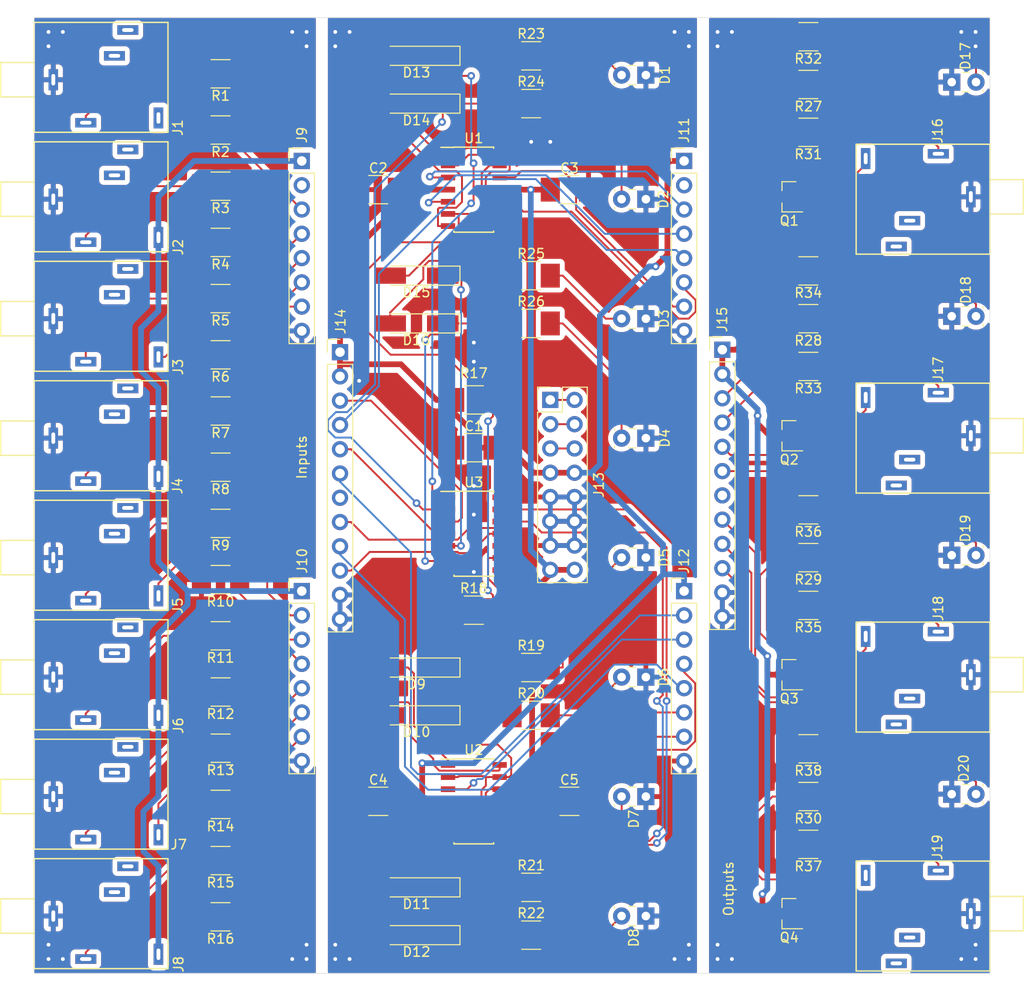
<source format=kicad_pcb>
(kicad_pcb (version 20241229) (generator "pcbnew") (generator_version "9.0")
  (layers (0 "F.Cu" signal) (2 "B.Cu" signal) (13 "F.Paste" user) (15 "B.Paste" user) (5 "F.SilkS" user "F.Silkscreen") (7 "B.SilkS" user "B.Silkscreen") (1 "F.Mask" user) (3 "B.Mask" user) (25 "Edge.Cuts" user))
  (net 0 "")
  (net 1 "/-12V_B")
  (net 2 "Net-(D1-Pad2)")
  (net 3 "Net-(D2-Pad2)")
  (net 4 "Net-(D3-Pad2)")
  (net 5 "Net-(D4-Pad2)")
  (net 6 "Net-(D5-Pad2)")
  (net 7 "Net-(D6-Pad2)")
  (net 8 "Net-(D7-Pad2)")
  (net 9 "Net-(D8-Pad2)")
  (net 10 "/GND_C")
  (net 11 "Net-(D17-Pad2)")
  (net 12 "Net-(D18-Pad2)")
  (net 13 "Net-(D19-Pad2)")
  (net 14 "Net-(D20-Pad2)")
  (net 15 "Net-(J1-Pad3)")
  (net 16 "Net-(J1-Pad2)")
  (net 17 "Net-(J2-Pad3)")
  (net 18 "Net-(J3-Pad3)")
  (net 19 "/1_Carry_A")
  (net 20 "Net-(J4-Pad3)")
  (net 21 "/2_Carry_A")
  (net 22 "Net-(J5-Pad3)")
  (net 23 "Net-(J6-Pad3)")
  (net 24 "Net-(J7-Pad3)")
  (net 25 "/3_Carry_A")
  (net 26 "Net-(J8-Pad3)")
  (net 27 "/IN2B_A")
  (net 28 "/IN2A_A")
  (net 29 "/IN1B_A")
  (net 30 "/IN1A_A")
  (net 31 "Net-(J9-Pad2)")
  (net 32 "/IN4B_A")
  (net 33 "/IN4A_A")
  (net 34 "/IN3B_A")
  (net 35 "/IN3A_A")
  (net 36 "Net-(J11-Pad2)")
  (net 37 "/IN1A_B")
  (net 38 "/IN1B_B")
  (net 39 "/1_Carry_B")
  (net 40 "/IN2A_B")
  (net 41 "/IN2B_B")
  (net 42 "/2_Carry_B")
  (net 43 "/IN3A_B")
  (net 44 "/IN3B_B")
  (net 45 "/3_Carry_B")
  (net 46 "/IN4A_B")
  (net 47 "/IN4B_B")
  (net 48 "Net-(J13-Pad5)")
  (net 49 "Net-(J13-Pad3)")
  (net 50 "Net-(J13-Pad1)")
  (net 51 "/Out4_B")
  (net 52 "/Out3_B")
  (net 53 "Net-(J14-Pad7)")
  (net 54 "/Out2_B")
  (net 55 "/Out1_B")
  (net 56 "/Out1_C")
  (net 57 "/1_Carry_C")
  (net 58 "/Out2_C")
  (net 59 "/2_Carry_C")
  (net 60 "Net-(J15-Pad7)")
  (net 61 "/Out3_C")
  (net 62 "/3_Carry_C")
  (net 63 "/Out4_C")
  (net 64 "Net-(J16-Pad3)")
  (net 65 "Net-(J17-Pad3)")
  (net 66 "Net-(J18-Pad3)")
  (net 67 "Net-(J19-Pad3)")
  (net 68 "Net-(J19-Pad2)")
  (net 69 "+12V_B")
  (net 70 "GND_B")
  (net 71 "GND_A")
  (net 72 "+12VDC_A")
  (net 73 "+12V_C")
  (net 74 "Net-(D9-Pad2)")
  (net 75 "Net-(D9-Pad1)")
  (net 76 "Net-(D10-Pad2)")
  (net 77 "Net-(D10-Pad1)")
  (net 78 "Net-(D11-Pad1)")
  (net 79 "Net-(D11-Pad2)")
  (net 80 "Net-(D12-Pad2)")
  (net 81 "Net-(D12-Pad1)")
  (net 82 "Net-(D13-Pad1)")
  (net 83 "Net-(D13-Pad2)")
  (net 84 "Net-(D14-Pad1)")
  (net 85 "Net-(D14-Pad2)")
  (net 86 "Net-(D15-Pad1)")
  (net 87 "Net-(D15-Pad2)")
  (net 88 "Net-(D16-Pad2)")
  (net 89 "Net-(D16-Pad1)")
  (net 90 "Net-(Q1-Pad2)")
  (net 91 "Net-(Q2-Pad2)")
  (net 92 "Net-(Q3-Pad2)")
  (net 93 "Net-(Q4-Pad2)")
  (net 94 "Bias")
  (footprint "LEDs:LED_Rectangular_W3.9mm_H1.9mm" (layer "F.Cu") (at 64 6.0147 180)
    (property "Reference" "D1")
    (property "Value" "LED")
  )
  (footprint "LEDs:LED_Rectangular_W3.9mm_H1.9mm" (layer "F.Cu") (at 64 19 180)
    (property "Reference" "D2")
    (property "Value" "LED")
  )
  (footprint "LEDs:LED_Rectangular_W3.9mm_H1.9mm" (layer "F.Cu") (at 64 31.5 180)
    (property "Reference" "D3")
    (property "Value" "LED")
  )
  (footprint "LEDs:LED_Rectangular_W3.9mm_H1.9mm" (layer "F.Cu") (at 64 44 180)
    (property "Reference" "D4")
    (property "Value" "LED")
  )
  (footprint "LEDs:LED_Rectangular_W3.9mm_H1.9mm" (layer "F.Cu") (at 64 56.5 180)
    (property "Reference" "D5")
    (property "Value" "LED")
  )
  (footprint "LEDs:LED_Rectangular_W3.9mm_H1.9mm" (layer "F.Cu") (at 64 69 180)
    (property "Reference" "D6")
    (property "Value" "LED")
  )
  (footprint "LEDs:LED_Rectangular_W3.9mm_H1.9mm" (layer "F.Cu") (at 64 81.5 180)
    (property "Reference" "D7")
    (property "Value" "LED")
  )
  (footprint "LEDs:LED_Rectangular_W3.9mm_H1.9mm" (layer "F.Cu") (at 64 94 180)
    (property "Reference" "D8")
    (property "Value" "LED")
  )
  (footprint "LEDs:LED_Rectangular_W3.9mm_H1.9mm" (layer "F.Cu") (at 96 6.75)
    (property "Reference" "D17")
    (property "Value" "LED")
  )
  (footprint "LEDs:LED_Rectangular_W3.9mm_H1.9mm" (layer "F.Cu") (at 96 31.25)
    (property "Reference" "D18")
    (property "Value" "LED")
  )
  (footprint "LEDs:LED_Rectangular_W3.9mm_H1.9mm" (layer "F.Cu") (at 96 56.25)
    (property "Reference" "D19")
    (property "Value" "LED")
  )
  (footprint "LEDs:LED_Rectangular_W3.9mm_H1.9mm" (layer "F.Cu") (at 96 81.25)
    (property "Reference" "D20")
    (property "Value" "LED")
  )
  (footprint "Pin_Headers:Pin_Header_Straight_1x08_Pitch2.54mm" (layer "F.Cu") (at 28 15)
    (property "Reference" "J9")
    (property "Value" "Conn_01x08")
  )
  (footprint "Pin_Headers:Pin_Header_Straight_1x08_Pitch2.54mm" (layer "F.Cu") (at 28 60)
    (property "Reference" "J10")
    (property "Value" "Conn_01x08")
  )
  (footprint "Pin_Headers:Pin_Header_Straight_1x08_Pitch2.54mm" (layer "F.Cu") (at 68 15)
    (property "Reference" "J11")
    (property "Value" "Conn_01x08")
  )
  (footprint "Pin_Headers:Pin_Header_Straight_1x08_Pitch2.54mm" (layer "F.Cu") (at 68 60)
    (property "Reference" "J12")
    (property "Value" "Conn_01x08")
  )
  (footprint "Pin_Headers:Pin_Header_Straight_2x08_Pitch2.54mm" (layer "F.Cu") (at 54 40)
    (property "Reference" "J13")
    (property "Value" "Conn_02x08_Odd_Even")
  )
  (footprint "Pin_Headers:Pin_Header_Straight_1x12_Pitch2.54mm" (layer "F.Cu") (at 32 35)
    (property "Reference" "J14")
    (property "Value" "Conn_01x12")
  )
  (footprint "Pin_Headers:Pin_Header_Straight_1x12_Pitch2.54mm" (layer "F.Cu") (at 72 34.75)
    (property "Reference" "J15")
    (property "Value" "Conn_01x12")
  )
  (footprint "Custom_Library:Mono_Jack_3.5mm_Switch_Switchcraft_35RAPC2AH3" (layer "F.Cu") (at 100 18.75 180)
    (property "Reference" "J16")
    (property "Value" "AudioJack1_Switch")
  )
  (footprint "Custom_Library:Mono_Jack_3.5mm_Switch_Switchcraft_35RAPC2AH3" (layer "F.Cu") (at 100 43.75 180)
    (property "Reference" "J17")
    (property "Value" "AudioJack1_Switch")
  )
  (footprint "Custom_Library:Mono_Jack_3.5mm_Switch_Switchcraft_35RAPC2AH3" (layer "F.Cu") (at 100 68.75 180)
    (property "Reference" "J18")
    (property "Value" "AudioJack1_Switch")
  )
  (footprint "Custom_Library:Mono_Jack_3.5mm_Switch_Switchcraft_35RAPC2AH3" (layer "F.Cu") (at 100 93.75 180)
    (property "Reference" "J19")
    (property "Value" "AudioJack1_Switch")
  )
  (footprint "Custom_Library:Mono_Jack_3.5mm_Switch_Switchcraft_35RAPC2AH3" (layer "F.Cu") (at 0 56.5)
    (property "Reference" "J5")
    (property "Value" "AudioJack1_Switch")
  )
  (footprint "Custom_Library:Mono_Jack_3.5mm_Switch_Switchcraft_35RAPC2AH3" (layer "F.Cu") (at 0 6.5)
    (property "Reference" "J1")
    (property "Value" "AudioJack1_Switch")
  )
  (footprint "Custom_Library:Mono_Jack_3.5mm_Switch_Switchcraft_35RAPC2AH3" (layer "F.Cu") (at 0 94)
    (property "Reference" "J8")
    (property "Value" "AudioJack1_Switch")
  )
  (footprint "Custom_Library:Mono_Jack_3.5mm_Switch_Switchcraft_35RAPC2AH3" (layer "F.Cu") (at 0 31.5)
    (property "Reference" "J3")
    (property "Value" "AudioJack1_Switch")
  )
  (footprint "Custom_Library:Mono_Jack_3.5mm_Switch_Switchcraft_35RAPC2AH3" (layer "F.Cu") (at 0 69)
    (property "Reference" "J6")
    (property "Value" "AudioJack1_Switch")
  )
  (footprint "Custom_Library:Mono_Jack_3.5mm_Switch_Switchcraft_35RAPC2AH3" (layer "F.Cu") (at 0 19)
    (property "Reference" "J2")
    (property "Value" "AudioJack1_Switch")
  )
  (footprint "Custom_Library:Mono_Jack_3.5mm_Switch_Switchcraft_35RAPC2AH3" (layer "F.Cu") (at 0 81.5)
    (property "Reference" "J7")
    (property "Value" "AudioJack1_Switch")
  )
  (footprint "Custom_Library:Mono_Jack_3.5mm_Switch_Switchcraft_35RAPC2AH3" (layer "F.Cu") (at 0 44)
    (property "Reference" "J4")
    (property "Value" "AudioJack1_Switch")
  )
  (footprint "Capacitors_SMD:C_1210_HandSoldering" (layer "F.Cu") (at 46 45)
    (property "Reference" "C1")
    (property "Value" "10uF")
  )
  (footprint "Capacitors_SMD:C_1210_HandSoldering" (layer "F.Cu") (at 36 18)
    (property "Reference" "C2")
    (property "Value" "10uF")
  )
  (footprint "Capacitors_SMD:C_1210_HandSoldering" (layer "F.Cu") (at 56 18)
    (property "Reference" "C3")
    (property "Value" "10uF")
  )
  (footprint "Capacitors_SMD:C_1210_HandSoldering" (layer "F.Cu") (at 36 82)
    (property "Reference" "C4")
    (property "Value" "10uF")
  )
  (footprint "Capacitors_SMD:C_1210_HandSoldering" (layer "F.Cu") (at 56 82)
    (property "Reference" "C5")
    (property "Value" "10uF")
  )
  (footprint "Diodes_SMD:D_MiniMELF_Handsoldering" (layer "F.Cu") (at 40 68 180)
    (property "Reference" "D9")
    (property "Value" "LL4148")
  )
  (footprint "Diodes_SMD:D_MiniMELF_Handsoldering" (layer "F.Cu") (at 40 73 180)
    (property "Reference" "D10")
    (property "Value" "LL4148")
  )
  (footprint "Diodes_SMD:D_MiniMELF_Handsoldering" (layer "F.Cu") (at 40 91 180)
    (property "Reference" "D11")
    (property "Value" "LL4148")
  )
  (footprint "Diodes_SMD:D_MiniMELF_Handsoldering" (layer "F.Cu") (at 40 96 180)
    (property "Reference" "D12")
    (property "Value" "LL4148")
  )
  (footprint "Diodes_SMD:D_MiniMELF_Handsoldering" (layer "F.Cu") (at 40 4 180)
    (property "Reference" "D13")
    (property "Value" "LL4148")
  )
  (footprint "Diodes_SMD:D_MiniMELF_Handsoldering" (layer "F.Cu") (at 40 9 180)
    (property "Reference" "D14")
    (property "Value" "LL4148")
  )
  (footprint "Diodes_SMD:D_MiniMELF_Handsoldering" (layer "F.Cu") (at 40 27 180)
    (property "Reference" "D15")
    (property "Value" "LL4148")
  )
  (footprint "Diodes_SMD:D_MiniMELF_Handsoldering" (layer "F.Cu") (at 40 32 180)
    (property "Reference" "D16")
    (property "Value" "LL4148")
  )
  (footprint "TO_SOT_Packages_SMD:SOT-23" (layer "F.Cu") (at 79 18.75 180)
    (property "Reference" "Q1")
    (property "Value" "MMBT3904")
  )
  (footprint "TO_SOT_Packages_SMD:SOT-23" (layer "F.Cu") (at 79 43.75 180)
    (property "Reference" "Q2")
    (property "Value" "MMBT3904")
  )
  (footprint "TO_SOT_Packages_SMD:SOT-23" (layer "F.Cu") (at 79 68.75 180)
    (property "Reference" "Q3")
    (property "Value" "MMBT3904")
  )
  (footprint "TO_SOT_Packages_SMD:SOT-23" (layer "F.Cu") (at 79 93.75 180)
    (property "Reference" "Q4")
    (property "Value" "MMBT3904")
  )
  (footprint "Resistors_SMD:R_1210_HandSoldering" (layer "F.Cu") (at 19.5 5.88 180)
    (property "Reference" "R1")
    (property "Value" "1k")
  )
  (footprint "Resistors_SMD:R_1210_HandSoldering" (layer "F.Cu") (at 19.5 11.76 180)
    (property "Reference" "R2")
    (property "Value" "100k")
  )
  (footprint "Resistors_SMD:R_1210_HandSoldering" (layer "F.Cu") (at 19.5 17.64 180)
    (property "Reference" "R3")
    (property "Value" "1k")
  )
  (footprint "Resistors_SMD:R_1210_HandSoldering" (layer "F.Cu") (at 19.5 23.52 180)
    (property "Reference" "R4")
    (property "Value" "100k")
  )
  (footprint "Resistors_SMD:R_1210_HandSoldering" (layer "F.Cu") (at 19.5 29.4 180)
    (property "Reference" "R5")
    (property "Value" "1k")
  )
  (footprint "Resistors_SMD:R_1210_HandSoldering" (layer "F.Cu") (at 19.5 35.28 180)
    (property "Reference" "R6")
    (property "Value" "100k")
  )
  (footprint "Resistors_SMD:R_1210_HandSoldering" (layer "F.Cu") (at 19.5 41.16 180)
    (property "Reference" "R7")
    (property "Value" "1k")
  )
  (footprint "Resistors_SMD:R_1210_HandSoldering" (layer "F.Cu") (at 19.5 47.04 180)
    (property "Reference" "R8")
    (property "Value" "100k")
  )
  (footprint "Resistors_SMD:R_1210_HandSoldering" (layer "F.Cu") (at 19.5 52.92 180)
    (property "Reference" "R9")
    (property "Value" "1k")
  )
  (footprint "Resistors_SMD:R_1210_HandSoldering" (layer "F.Cu") (at 19.5 58.8 180)
    (property "Reference" "R10")
    (property "Value" "100k")
  )
  (footprint "Resistors_SMD:R_1210_HandSoldering" (layer "F.Cu") (at 19.5 64.68 180)
    (property "Reference" "R11")
    (property "Value" "1k")
  )
  (footprint "Resistors_SMD:R_1210_HandSoldering" (layer "F.Cu") (at 19.5 70.56 180)
    (property "Reference" "R12")
    (property "Value" "100k")
  )
  (footprint "Resistors_SMD:R_1210_HandSoldering" (layer "F.Cu") (at 19.5 76.44 180)
    (property "Reference" "R13")
    (property "Value" "1k")
  )
  (footprint "Resistors_SMD:R_1210_HandSoldering" (layer "F.Cu") (at 19.5 82.32 180)
    (property "Reference" "R14")
    (property "Value" "100k")
  )
  (footprint "Resistors_SMD:R_1210_HandSoldering" (layer "F.Cu") (at 19.5 88.2 180)
    (property "Reference" "R15")
    (property "Value" "1k")
  )
  (footprint "Resistors_SMD:R_1210_HandSoldering" (layer "F.Cu") (at 19.5 94.08 180)
    (property "Reference" "R16")
    (property "Value" "100k")
  )
  (footprint "Resistors_SMD:R_1210_HandSoldering" (layer "F.Cu") (at 46 40 180)
    (property "Reference" "R17")
    (property "Value" "100k")
  )
  (footprint "Resistors_SMD:R_1210_HandSoldering" (layer "F.Cu") (at 46 62)
    (property "Reference" "R18")
    (property "Value" "10k")
  )
  (footprint "Resistors_SMD:R_1210_HandSoldering" (layer "F.Cu") (at 52 68)
    (property "Reference" "R19")
    (property "Value" "2k7")
  )
  (footprint "Resistors_SMD:R_1210_HandSoldering" (layer "F.Cu") (at 52 73)
    (property "Reference" "R20")
    (property "Value" "2k7")
  )
  (footprint "Resistors_SMD:R_1210_HandSoldering" (layer "F.Cu") (at 52 91)
    (property "Reference" "R21")
    (property "Value" "2k7")
  )
  (footprint "Resistors_SMD:R_1210_HandSoldering" (layer "F.Cu") (at 52 96)
    (property "Reference" "R22")
    (property "Value" "2k7")
  )
  (footprint "Resistors_SMD:R_1210_HandSoldering" (layer "F.Cu") (at 52 4)
    (property "Reference" "R23")
    (property "Value" "2k7")
  )
  (footprint "Resistors_SMD:R_1210_HandSoldering" (layer "F.Cu") (at 52 9)
    (property "Reference" "R24")
    (property "Value" "2k7")
  )
  (footprint "Resistors_SMD:R_1210_HandSoldering" (layer "F.Cu") (at 52 27)
    (property "Reference" "R25")
    (property "Value" "2k7")
  )
  (footprint "Resistors_SMD:R_1210_HandSoldering" (layer "F.Cu") (at 52 32)
    (property "Reference" "R26")
    (property "Value" "2k7")
  )
  (footprint "Resistors_SMD:R_1210_HandSoldering" (layer "F.Cu") (at 81 7 180)
    (property "Reference" "R27")
    (property "Value" "1k")
  )
  (footprint "Resistors_SMD:R_1210_HandSoldering" (layer "F.Cu") (at 81 31.5 180)
    (property "Reference" "R28")
    (property "Value" "1k")
  )
  (footprint "Resistors_SMD:R_1210_HandSoldering" (layer "F.Cu") (at 81 56.5 180)
    (property "Reference" "R29")
    (property "Value" "1k")
  )
  (footprint "Resistors_SMD:R_1210_HandSoldering" (layer "F.Cu") (at 81 81.5 180)
    (property "Reference" "R30")
    (property "Value" "1k")
  )
  (footprint "Resistors_SMD:R_1210_HandSoldering" (layer "F.Cu") (at 81 12 180)
    (property "Reference" "R31")
    (property "Value" "1k")
  )
  (footprint "Resistors_SMD:R_1210_HandSoldering" (layer "F.Cu") (at 81 2 180)
    (property "Reference" "R32")
    (property "Value" "2k7")
  )
  (footprint "Resistors_SMD:R_1210_HandSoldering" (layer "F.Cu") (at 81 36.5 180)
    (property "Reference" "R33")
    (property "Value" "1k")
  )
  (footprint "Resistors_SMD:R_1210_HandSoldering" (layer "F.Cu") (at 81 26.5 180)
    (property "Reference" "R34")
    (property "Value" "2k7")
  )
  (footprint "Resistors_SMD:R_1210_HandSoldering" (layer "F.Cu") (at 81 61.5 180)
    (property "Reference" "R35")
    (property "Value" "1k")
  )
  (footprint "Resistors_SMD:R_1210_HandSoldering" (layer "F.Cu") (at 81 51.5 180)
    (property "Reference" "R36")
    (property "Value" "2k7")
  )
  (footprint "Resistors_SMD:R_1210_HandSoldering" (layer "F.Cu") (at 81 86.5 180)
    (property "Reference" "R37")
    (property "Value" "1k")
  )
  (footprint "Resistors_SMD:R_1210_HandSoldering" (layer "F.Cu") (at 81 76.5 180)
    (property "Reference" "R38")
    (property "Value" "2k7")
  )
  (footprint "Housings_SOIC:SOIC-14_3.9x8.7mm_Pitch1.27mm" (layer "F.Cu") (at 46 18)
    (property "Reference" "U1")
    (property "Value" "TL074")
  )
  (footprint "Housings_SOIC:SOIC-14_3.9x8.7mm_Pitch1.27mm" (layer "F.Cu") (at 46 82)
    (property "Reference" "U2")
    (property "Value" "TL074")
  )
  (footprint "Housings_SOIC:SOIC-14_3.9x8.7mm_Pitch1.27mm" (layer "F.Cu") (at 46 54)
    (property "Reference" "U3")
    (property "Value" "CD4081")
  )
  (gr_line (start 0 0) (end 100 0) (stroke (width 0.05)) (layer "Edge.Cuts"))
  (gr_line (start 0 100) (end 100 100) (stroke (width 0.05)) (layer "Edge.Cuts"))
  (gr_line (start 100 0) (end 100 100) (stroke (width 0.05)) (layer "Edge.Cuts"))
  (gr_line (start 0 0) (end 0 100) (stroke (width 0.05)) (layer "Edge.Cuts"))
  (gr_text "Outputs" (at 72.6567 91.14282 90) (layer "F.SilkS") (effects (font (size 1 1))))
  (gr_text "Inputs" (at 28 46 90) (layer "F.SilkS") (effects (font (size 1 1))))
  (segment (start 52.0997 60.1304) (end 52.0997 82) (width 0.6) (layer "F.Cu") (net 1))
  (segment (start 54.4501 57.78) (end 56.54 57.78) (width 0.6) (layer "F.Cu") (net 1))
  (segment (start 54.4501 57.78) (end 52.0997 60.1304) (width 0.6) (layer "F.Cu") (net 1))
  (segment (start 53.0499 82) (end 52.0997 82) (width 0.6) (layer "F.Cu") (net 1))
  (segment (start 52.0997 82) (end 48.7 82) (width 0.6) (layer "F.Cu") (net 1))
  (segment (start 52.0997 18) (end 51.9582 18) (width 0.6) (layer "F.Cu") (net 1))
  (segment (start 54 18) (end 52.0997 18) (width 0.6) (layer "F.Cu") (net 1))
  (segment (start 54 57.78) (end 54.4501 57.78) (width 0.6) (layer "F.Cu") (net 1))
  (segment (start 51.9582 18) (end 48.7 18) (width 0.6) (layer "F.Cu") (net 1))
  (segment (start 51.9582 18) (end 51.9582 17.99997) (width 0.6) (layer "F.Cu") (net 1))
  (segment (start 54 82) (end 53.0499 82) (width 0.6) (layer "F.Cu") (net 1))
  (via (at 51.9582 17.99997) (size 0.8) (drill 0.4) (layers "F.Cu" "B.Cu") (net 1))
  (segment (start 54 57.78) (end 51.9582 55.7382) (width 0.6) (layer "B.Cu") (net 1))
  (segment (start 51.9582 55.7382) (end 51.9582 17.99997) (width 0.6) (layer "B.Cu") (net 1))
  (segment (start 59.4453 4) (end 61.46 6.0147) (width 0.2) (layer "F.Cu") (net 2))
  (segment (start 54 4) (end 59.4453 4) (width 0.2) (layer "F.Cu") (net 2))
  (segment (start 61.46 15.1597) (end 61.46 19) (width 0.2) (layer "F.Cu") (net 3))
  (segment (start 54 9) (end 55.3003 9) (width 0.2) (layer "F.Cu") (net 3))
  (segment (start 55.3003 9) (end 61.46 15.1597) (width 0.2) (layer "F.Cu") (net 3))
  (segment (start 54 27) (end 55.3003 27) (width 0.2) (layer "F.Cu") (net 4))
  (segment (start 59.8003 31.5) (end 61.46 31.5) (width 0.2) (layer "F.Cu") (net 4))
  (segment (start 55.3003 27) (end 59.8003 31.5) (width 0.2) (layer "F.Cu") (net 4))
  (segment (start 61.46 38.1597) (end 61.46 44) (width 0.2) (layer "F.Cu") (net 5))
  (segment (start 55.3003 32) (end 61.46 38.1597) (width 0.2) (layer "F.Cu") (net 5))
  (segment (start 54 32) (end 55.3003 32) (width 0.2) (layer "F.Cu") (net 5))
  (segment (start 55.3003 68) (end 55.3003 62.6597) (width 0.2) (layer "F.Cu") (net 6))
  (segment (start 54 68) (end 55.3003 68) (width 0.2) (layer "F.Cu") (net 6))
  (segment (start 55.3003 62.6597) (end 61.46 56.5) (width 0.2) (layer "F.Cu") (net 6))
  (segment (start 57.46 73) (end 61.46 69) (width 0.2) (layer "F.Cu") (net 7))
  (segment (start 54 73) (end 57.46 73) (width 0.2) (layer "F.Cu") (net 7))
  (segment (start 61.468 81.508) (end 61.46 81.5) (width 0.2) (layer "F.Cu") (net 8))
  (segment (start 61.468 85.09) (end 61.468 81.508) (width 0.2) (layer "F.Cu") (net 8))
  (segment (start 55.558 91) (end 61.468 85.09) (width 0.2) (layer "F.Cu") (net 8))
  (segment (start 54 91) (end 55.558 91) (width 0.2) (layer "F.Cu") (net 8))
  (segment (start 54 96) (end 59.46 96) (width 0.2) (layer "F.Cu") (net 9))
  (segment (start 59.46 96) (end 61.46 94) (width 0.2) (layer "F.Cu") (net 9))
  (via (at 98.5 3) (size 0.8) (drill 0.4) (layers "F.Cu" "B.Cu") (net 10))
  (via (at 97 98.5) (size 0.8) (drill 0.4) (layers "F.Cu" "B.Cu") (net 10))
  (via (at 98.5 97) (size 0.8) (drill 0.4) (layers "F.Cu" "B.Cu") (net 10))
  (via (at 71.5 3) (size 0.8) (drill 0.4) (layers "F.Cu" "B.Cu") (net 10))
  (via (at 71.5 97) (size 0.8) (drill 0.4) (layers "F.Cu" "B.Cu") (net 10))
  (via (at 73 1.5) (size 0.8) (drill 0.4) (layers "F.Cu" "B.Cu") (net 10))
  (via (at 98.5 98.5) (size 0.8) (drill 0.4) (layers "F.Cu" "B.Cu") (net 10))
  (via (at 71.5 98.5) (size 0.8) (drill 0.4) (layers "F.Cu" "B.Cu") (net 10))
  (via (at 98.5 1.5) (size 0.8) (drill 0.4) (layers "F.Cu" "B.Cu") (net 10))
  (via (at 97 1.5) (size 0.8) (drill 0.4) (layers "F.Cu" "B.Cu") (net 10))
  (via (at 73 98.5) (size 0.8) (drill 0.4) (layers "F.Cu" "B.Cu") (net 10))
  (via (at 71.5 1.5) (size 0.8) (drill 0.4) (layers "F.Cu" "B.Cu") (net 10))
  (segment (start 84.2 2) (end 84.232 2.032) (width 0.2) (layer "F.Cu") (net 11))
  (segment (start 98.54 5.068) (end 98.54 6.75) (width 0.2) (layer "F.Cu") (net 11))
  (segment (start 84.232 2.032) (end 95.504 2.032) (width 0.2) (layer "F.Cu") (net 11))
  (segment (start 83 2) (end 84.2 2) (width 0.2) (layer "F.Cu") (net 11))
  (segment (start 95.504 2.032) (end 98.54 5.068) (width 0.2) (layer "F.Cu") (net 11))
  (segment (start 83 26.5) (end 95.0628 26.5) (width 0.2) (layer "F.Cu") (net 12))
  (segment (start 98.54 29.9772) (end 98.54 31.25) (width 0.2) (layer "F.Cu") (net 12))
  (segment (start 95.0628 26.5) (end 98.54 29.9772) (width 0.2) (layer "F.Cu") (net 12))
  (segment (start 98.54 54.9772) (end 98.54 56.25) (width 0.2) (layer "F.Cu") (net 13))
  (segment (start 83 51.5) (end 95.0628 51.5) (width 0.2) (layer "F.Cu") (net 13))
  (segment (start 95.0628 51.5) (end 98.54 54.9772) (width 0.2) (layer "F.Cu") (net 13))
  (segment (start 95.0628 76.5) (end 98.54 79.9772) (width 0.2) (layer "F.Cu") (net 14))
  (segment (start 83 76.5) (end 95.0628 76.5) (width 0.2) (layer "F.Cu") (net 14))
  (segment (start 98.54 79.9772) (end 98.54 81.25) (width 0.2) (layer "F.Cu") (net 14))
  (segment (start 5.4 10.3) (end 9.82 5.88) (width 0.2) (layer "F.Cu") (net 15))
  (segment (start 9.82 5.88) (end 17.5 5.88) (width 0.2) (layer "F.Cu") (net 15))
  (segment (start 5.4 11) (end 5.4 10.3) (width 0.2) (layer "F.Cu") (net 15))
  (segment (start 5.4 23.5) (end 5.4 22.8) (width 0.2) (layer "F.Cu") (net 17))
  (segment (start 5.4 22.8) (end 10.56 17.64) (width 0.2) (layer "F.Cu") (net 17))
  (segment (start 10.56 17.64) (end 17.5 17.64) (width 0.2) (layer "F.Cu") (net 17))
  (segment (start 5.4 36) (end 5.4 34.986) (width 0.2) (layer "F.Cu") (net 18))
  (segment (start 10.986 29.4) (end 17.5 29.4) (width 0.2) (layer "F.Cu") (net 18))
  (segment (start 5.4 34.986) (end 10.986 29.4) (width 0.2) (layer "F.Cu") (net 18))
  (segment (start 15.748 32.258) (end 18.796 32.258) (width 0.2) (layer "F.Cu") (net 19))
  (segment (start 18.796 32.258) (end 19.558 31.496) (width 0.2) (layer "F.Cu") (net 19))
  (segment (start 20.574 26.162) (end 26.998 26.162) (width 0.2) (layer "F.Cu") (net 19))
  (segment (start 19.558 27.178) (end 20.574 26.162) (width 0.2) (layer "F.Cu") (net 19))
  (segment (start 14.986 34.214) (end 14.986 33.02) (width 0.2) (layer "F.Cu") (net 19))
  (segment (start 19.558 31.496) (end 19.558 27.178) (width 0.2) (layer "F.Cu") (net 19))
  (segment (start 26.998 26.162) (end 28 25.16) (width 0.2) (layer "F.Cu") (net 19))
  (segment (start 14.986 33.02) (end 15.748 32.258) (width 0.2) (layer "F.Cu") (net 19))
  (segment (start 13.7 35.5) (end 14.986 34.214) (width 0.2) (layer "F.Cu") (net 19))
  (segment (start 13 35.5) (end 13.7 35.5) (width 0.2) (layer "F.Cu") (net 19))
  (segment (start 5.4 47.8) (end 12.04 41.16) (width 0.2) (layer "F.Cu") (net 20))
  (segment (start 5.4 48.5) (end 5.4 47.8) (width 0.2) (layer "F.Cu") (net 20))
  (segment (start 12.04 41.16) (end 17.5 41.16) (width 0.2) (layer "F.Cu") (net 20))
  (segment (start 26.7979 62.54) (end 28 62.54) (width 0.2) (layer "F.Cu") (net 21))
  (segment (start 19.558 55.372) (end 19.558 51.562) (width 0.2) (layer "F.Cu") (net 21))
  (segment (start 24.384 51.562) (end 24.384 60.1261) (width 0.2) (layer "F.Cu") (net 21))
  (segment (start 13 59.2) (end 16.32 55.88) (width 0.2) (layer "F.Cu") (net 21))
  (segment (start 16.32 55.88) (end 19.05 55.88) (width 0.2) (layer "F.Cu") (net 21))
  (segment (start 19.05 55.88) (end 19.558 55.372) (width 0.2) (layer "F.Cu") (net 21))
  (segment (start 20.574 50.546) (end 23.368 50.546) (width 0.2) (layer "F.Cu") (net 21))
  (segment (start 23.368 50.546) (end 24.384 51.562) (width 0.2) (layer "F.Cu") (net 21))
  (segment (start 24.384 60.1261) (end 26.7979 62.54) (width 0.2) (layer "F.Cu") (net 21))
  (segment (start 13 60.5) (end 13 59.2) (width 0.2) (layer "F.Cu") (net 21))
  (segment (start 19.558 51.562) (end 20.574 50.546) (width 0.2) (layer "F.Cu") (net 21))
  (segment (start 12.78 52.92) (end 17.5 52.92) (width 0.2) (layer "F.Cu") (net 22))
  (segment (start 5.4 60.3) (end 12.78 52.92) (width 0.2) (layer "F.Cu") (net 22))
  (segment (start 5.4 61) (end 5.4 60.3) (width 0.2) (layer "F.Cu") (net 22))
  (segment (start 5.4 73.5) (end 5.4 72.8) (width 0.2) (layer "F.Cu") (net 23))
  (segment (start 5.4 72.8) (end 13.52 64.68) (width 0.2) (layer "F.Cu") (net 23))
  (segment (start 13.52 64.68) (end 17.5 64.68) (width 0.2) (layer "F.Cu") (net 23))
  (segment (start 5.4 86) (end 5.4 85.3) (width 0.2) (layer "F.Cu") (net 24))
  (segment (start 5.4 85.3) (end 14.26 76.44) (width 0.2) (layer "F.Cu") (net 24))
  (segment (start 14.26 76.44) (end 17.5 76.44) (width 0.2) (layer "F.Cu") (net 24))
  (segment (start 16.002 79.248) (end 18.288 79.248) (width 0.2) (layer "F.Cu") (net 25))
  (segment (start 19.558 77.978) (end 19.558 74.676) (width 0.2) (layer "F.Cu") (net 25))
  (segment (start 13 82.25) (end 16.002 79.248) (width 0.2) (layer "F.Cu") (net 25))
  (segment (start 13 85.5) (end 13 82.25) (width 0.2) (layer "F.Cu") (net 25))
  (segment (start 19.558 74.676) (end 20.828 73.406) (width 0.2) (layer "F.Cu") (net 25))
  (segment (start 18.288 79.248) (end 19.558 77.978) (width 0.2) (layer "F.Cu") (net 25))
  (segment (start 20.828 73.406) (end 24.754 73.406) (width 0.2) (layer "F.Cu") (net 25))
  (segment (start 24.754 73.406) (end 28 70.16) (width 0.2) (layer "F.Cu") (net 25))
  (segment (start 15 88.2) (end 17.5 88.2) (width 0.2) (layer "F.Cu") (net 26))
  (segment (start 5.4 98.5) (end 5.4 97.8) (width 0.2) (layer "F.Cu") (net 26))
  (segment (start 5.4 97.8) (end 15 88.2) (width 0.2) (layer "F.Cu") (net 26))
  (segment (start 25.4 38.46) (end 25.4 31.496) (width 0.2) (layer "F.Cu") (net 27))
  (segment (start 25.4 31.496) (end 26.656 30.24) (width 0.2) (layer "F.Cu") (net 27))
  (segment (start 26.656 30.24) (end 28 30.24) (width 0.2) (layer "F.Cu") (net 27))
  (segment (start 21.5 47.04) (end 21.5 41.16) (width 0.2) (layer "F.Cu") (net 27))
  (segment (start 22.7 41.16) (end 25.4 38.46) (width 0.2) (layer "F.Cu") (net 27))
  (segment (start 21.5 41.16) (end 22.7 41.16) (width 0.2) (layer "F.Cu") (net 27))
  (segment (start 26.3 29.4) (end 28 27.7) (width 0.2) (layer "F.Cu") (net 28))
  (segment (start 21.5 29.4) (end 26.3 29.4) (width 0.2) (layer "F.Cu") (net 28))
  (segment (start 21.5 29.4) (end 21.5 35.28) (width 0.2) (layer "F.Cu") (net 28))
  (segment (start 21.5 17.64) (end 21.5 23.52) (width 0.2) (layer "F.Cu") (net 29))
  (segment (start 27.1 23.52) (end 28 22.62) (width 0.2) (layer "F.Cu") (net 29))
  (segment (start 21.5 23.52) (end 27.1 23.52) (width 0.2) (layer "F.Cu") (net 29))
  (segment (start 21.5 11.76) (end 21.5 13.58) (width 0.2) (layer "F.Cu") (net 30))
  (segment (start 21.5 13.58) (end 28 20.08) (width 0.2) (layer "F.Cu") (net 30))
  (segment (start 21.5 5.88) (end 21.5 11.76) (width 0.2) (layer "F.Cu") (net 30))
  (segment (start 22.7 88.2) (end 25.4 85.5) (width 0.2) (layer "F.Cu") (net 32))
  (segment (start 25.4 85.5) (end 25.4 77.84) (width 0.2) (layer "F.Cu") (net 32))
  (segment (start 21.5 88.2) (end 22.7 88.2) (width 0.2) (layer "F.Cu") (net 32))
  (segment (start 21.5 94.08) (end 21.5 88.2) (width 0.2) (layer "F.Cu") (net 32))
  (segment (start 25.4 77.84) (end 28 75.24) (width 0.2) (layer "F.Cu") (net 32))
  (segment (start 21.5 76.44) (end 24.26 76.44) (width 0.2) (layer "F.Cu") (net 33))
  (segment (start 24.26 76.44) (end 28 72.7) (width 0.2) (layer "F.Cu") (net 33))
  (segment (start 21.5 82.32) (end 21.5 76.44) (width 0.2) (layer "F.Cu") (net 33))
  (segment (start 21.5 70.56) (end 21.5 64.68) (width 0.2) (layer "F.Cu") (net 34))
  (segment (start 25.06 64.68) (end 21.5 64.68) (width 0.2) (layer "F.Cu") (net 34))
  (segment (start 28 67.62) (end 25.06 64.68) (width 0.2) (layer "F.Cu") (net 34))
  (segment (start 21.5 60.25) (end 26.33 65.08) (width 0.2) (layer "F.Cu") (net 35))
  (segment (start 21.5 58.8) (end 21.5 60.25) (width 0.2) (layer "F.Cu") (net 35))
  (segment (start 21.5 52.92) (end 21.5 58.8) (width 0.2) (layer "F.Cu") (net 35))
  (segment (start 26.33 65.08) (end 28 65.08) (width 0.2) (layer "F.Cu") (net 35))
  (segment (start 41.489915 16.73) (end 41.396915 16.637) (width 0.2) (layer "F.Cu") (net 37))
  (segment (start 43.3 16.73) (end 41.489915 16.73) (width 0.2) (layer "F.Cu") (net 37))
  (via (at 41.396915 16.637) (size 0.8) (drill 0.4) (layers "F.Cu" "B.Cu") (net 37))
  (segment (start 64.019961 16.099961) (end 41.933954 16.099961) (width 0.2) (layer "B.Cu") (net 37))
  (segment (start 41.933954 16.099961) (end 41.796914 16.237001) (width 0.2) (layer "B.Cu") (net 37))
  (segment (start 41.796914 16.237001) (end 41.396915 16.637) (width 0.2) (layer "B.Cu") (net 37))
  (segment (start 68 20.08) (end 64.019961 16.099961) (width 0.2) (layer "B.Cu") (net 37))
  (segment (start 41.369012 19.27) (end 41.275 19.364012) (width 0.2) (layer "F.Cu") (net 38))
  (segment (start 43.3 19.27) (end 41.369012 19.27) (width 0.2) (layer "F.Cu") (net 38))
  (via (at 41.275 19.364012) (size 0.8) (drill 0.4) (layers "F.Cu" "B.Cu") (net 38))
  (segment (start 59.6946 22.62) (end 53.574568 16.499968) (width 0.2) (layer "B.Cu") (net 38))
  (segment (start 44.139044 16.499968) (end 41.674999 18.964013) (width 0.2) (layer "B.Cu") (net 38))
  (segment (start 68 22.62) (end 59.6946 22.62) (width 0.2) (layer "B.Cu") (net 38))
  (segment (start 53.574568 16.499968) (end 44.139044 16.499968) (width 0.2) (layer "B.Cu") (net 38))
  (segment (start 41.674999 18.964013) (end 41.275 19.364012) (width 0.2) (layer "B.Cu") (net 38))
  (segment (start 52.478469 16.899969) (end 59.888501 24.310001) (width 0.2) (layer "B.Cu") (net 39))
  (segment (start 32 42.62) (end 36.068 38.552) (width 0.2) (layer "B.Cu") (net 39))
  (segment (start 36.068 38.552) (end 36.068 26.797) (width 0.2) (layer "B.Cu") (net 39))
  (segment (start 45.965031 16.899969) (end 52.478469 16.899969) (width 0.2) (layer "B.Cu") (net 39))
  (segment (start 36.068 26.797) (end 45.965031 16.899969) (width 0.2) (layer "B.Cu") (net 39))
  (segment (start 59.888501 24.310001) (end 67.150001 24.310001) (width 0.2) (layer "B.Cu") (net 39))
  (segment (start 67.150001 24.310001) (end 68 25.16) (width 0.2) (layer "B.Cu") (net 39))
  (segment (start 68 27.7) (end 68 28.34235) (width 0.2) (layer "F.Cu") (net 40))
  (segment (start 69.215 29.55735) (end 69.215 30.7604) (width 0.2) (layer "F.Cu") (net 40))
  (segment (start 68.4794 31.496) (end 67.4247 31.496) (width 0.2) (layer "F.Cu") (net 40))
  (segment (start 50.15 19.27) (end 48.7 19.27) (width 0.2) (layer "F.Cu") (net 40))
  (segment (start 69.215 30.7604) (end 68.4794 31.496) (width 0.2) (layer "F.Cu") (net 40))
  (segment (start 56.2322 20.3035) (end 51.1835 20.3035) (width 0.2) (layer "F.Cu") (net 40))
  (segment (start 68 28.34235) (end 69.215 29.55735) (width 0.2) (layer "F.Cu") (net 40))
  (segment (start 67.4247 31.496) (end 56.2322 20.3035) (width 0.2) (layer "F.Cu") (net 40))
  (segment (start 51.1835 20.3035) (end 50.15 19.27) (width 0.2) (layer "F.Cu") (net 40))
  (segment (start 68 30.24) (end 66.8497 30.24) (width 0.2) (layer "F.Cu") (net 41))
  (segment (start 50.2892 16.73) (end 48.7 16.73) (width 0.2) (layer "F.Cu") (net 41))
  (segment (start 66.8497 30.24) (end 56.6996 20.0899) (width 0.2) (layer "F.Cu") (net 41))
  (segment (start 55.3299 16.0496) (end 50.9696 16.0496) (width 0.2) (layer "F.Cu") (net 41))
  (segment (start 50.9696 16.0496) (end 50.2892 16.73) (width 0.2) (layer "F.Cu") (net 41))
  (segment (start 56.6996 17.4193) (end 55.3299 16.0496) (width 0.2) (layer "F.Cu") (net 41))
  (segment (start 56.6996 20.0899) (end 56.6996 17.4193) (width 0.2) (layer "F.Cu") (net 41))
  (segment (start 32 48.5627) (end 39.4234 55.9861) (width 0.2) (layer "B.Cu") (net 42))
  (segment (start 32 47.7) (end 32 48.5627) (width 0.2) (layer "B.Cu") (net 42))
  (segment (start 46.764 79.1511) (end 63.3751 62.54) (width 0.2) (layer "B.Cu") (net 42))
  (segment (start 39.4234 78.4299) (end 40.1446 79.1511) (width 0.2) (layer "B.Cu") (net 42))
  (segment (start 39.4234 55.9861) (end 39.4234 78.4299) (width 0.2) (layer "B.Cu") (net 42))
  (segment (start 40.1446 79.1511) (end 46.764 79.1511) (width 0.2) (layer "B.Cu") (net 42))
  (segment (start 63.3751 62.54) (end 68 62.54) (width 0.2) (layer "B.Cu") (net 42))
  (segment (start 43.3 80.73) (end 45.3088 80.73) (width 0.2) (layer "F.Cu") (net 43))
  (segment (start 45.3088 80.73) (end 45.574001 80.464799) (width 0.2) (layer "F.Cu") (net 43))
  (segment (start 45.574001 80.464799) (end 45.974 80.0648) (width 0.2) (layer "F.Cu") (net 43))
  (via (at 45.974 80.0648) (size 0.8) (drill 0.4) (layers "F.Cu" "B.Cu") (net 43))
  (segment (start 46.373999 79.664801) (end 45.974 80.0648) (width 0.2) (layer "B.Cu") (net 43))
  (segment (start 61.4668 65.08) (end 46.881999 79.664801) (width 0.2) (layer "B.Cu") (net 43))
  (segment (start 46.881999 79.664801) (end 46.373999 79.664801) (width 0.2) (layer "B.Cu") (net 43))
  (segment (start 68 65.08) (end 61.4668 65.08) (width 0.2) (layer "B.Cu") (net 43))
  (segment (start 42.037 84.212998) (end 42.309999 83.939999) (width 0.2) (layer "F.Cu") (net 44))
  (segment (start 56.6987 83.71) (end 55.265 85.1437) (width 0.2) (layer "F.Cu") (net 44))
  (segment (start 60.7065 76.6067) (end 56.6987 80.6145) (width 0.2) (layer "F.Cu") (net 44))
  (segment (start 55.265 85.1437) (end 42.2177 85.1437) (width 0.2) (layer "F.Cu") (net 44))
  (segment (start 69.1651 75.7108) (end 68.2692 76.6067) (width 0.2) (layer "F.Cu") (net 44))
  (segment (start 69.1651 69.6478) (end 69.1651 75.7108) (width 0.2) (layer "F.Cu") (net 44))
  (segment (start 56.6987 80.6145) (end 56.6987 83.71) (width 0.2) (layer "F.Cu") (net 44))
  (segment (start 42.309999 83.939999) (end 43.060001 83.939999) (width 0.2) (layer "F.Cu") (net 44))
  (segment (start 68 68.4827) (end 69.1651 69.6478) (width 0.2) (layer "F.Cu") (net 44))
  (segment (start 43.060001 83.939999) (end 43.3 83.7) (width 0.2) (layer "F.Cu") (net 44))
  (segment (start 68.2692 76.6067) (end 60.7065 76.6067) (width 0.2) (layer "F.Cu") (net 44))
  (segment (start 42.037 84.963) (end 42.037 84.212998) (width 0.2) (layer "F.Cu") (net 44))
  (segment (start 42.2177 85.1437) (end 42.037 84.963) (width 0.2) (layer "F.Cu") (net 44))
  (segment (start 68 67.62) (end 68 68.4827) (width 0.2) (layer "F.Cu") (net 44))
  (segment (start 43.3 83.7) (end 43.3 83.27) (width 0.2) (layer "F.Cu") (net 44))
  (segment (start 67.62 70.16) (end 68 70.16) (width 0.2) (layer "B.Cu") (net 45))
  (segment (start 41.2136 80.7862) (end 47.5882 80.7862) (width 0.2) (layer "B.Cu") (net 45))
  (segment (start 38.7905 78.3631) (end 41.2136 80.7862) (width 0.2) (layer "B.Cu") (net 45))
  (segment (start 32 55.32) (end 32 56.1826) (width 0.2) (layer "B.Cu") (net 45))
  (segment (start 47.5882 80.7862) (end 60.6834 67.691) (width 0.2) (layer "B.Cu") (net 45))
  (segment (start 60.6834 67.691) (end 65.151 67.691) (width 0.2) (layer "B.Cu") (net 45))
  (segment (start 32 56.1826) (end 38.7905 62.9731) (width 0.2) (layer "B.Cu") (net 45))
  (segment (start 38.7905 62.9731) (end 38.7905 78.3631) (width 0.2) (layer "B.Cu") (net 45))
  (segment (start 65.151 67.691) (end 67.62 70.16) (width 0.2) (layer "B.Cu") (net 45))
  (segment (start 55.7677 83.5063) (end 55.3134 83.9606) (width 0.2) (layer "F.Cu") (net 46))
  (segment (start 51.964 83.9606) (end 51.2734 83.27) (width 0.2) (layer "F.Cu") (net 46))
  (segment (start 55.3134 83.9606) (end 51.964 83.9606) (width 0.2) (layer "F.Cu") (net 46))
  (segment (start 51.2734 83.27) (end 48.7 83.27) (width 0.2) (layer "F.Cu") (net 46))
  (segment (start 63.4722 72.7) (end 55.7677 80.4045) (width 0.2) (layer "F.Cu") (net 46))
  (segment (start 68 72.7) (end 63.4722 72.7) (width 0.2) (layer "F.Cu") (net 46))
  (segment (start 55.7677 80.4045) (end 55.7677 83.5063) (width 0.2) (layer "F.Cu") (net 46))
  (segment (start 66.8497 75.2401) (end 61.5068 75.2401) (width 0.2) (layer "F.Cu") (net 47))
  (segment (start 47.2496 83.348) (end 47.2496 81.1301) (width 0.2) (layer "F.Cu") (net 47))
  (segment (start 66.8497 75.24) (end 66.8497 75.2401) (width 0.2) (layer "F.Cu") (net 47))
  (segment (start 48.7 80.73) (end 47.6497 80.73) (width 0.2) (layer "F.Cu") (net 47))
  (segment (start 55.4792 84.3609) (end 50.3083 84.3609) (width 0.2) (layer "F.Cu") (net 47))
  (segment (start 61.5068 75.2401) (end 56.2971 80.4498) (width 0.2) (layer "F.Cu") (net 47))
  (segment (start 49.8177 83.8703) (end 47.7719 83.8703) (width 0.2) (layer "F.Cu") (net 47))
  (segment (start 50.3083 84.3609) (end 49.8177 83.8703) (width 0.2) (layer "F.Cu") (net 47))
  (segment (start 56.2971 80.4498) (end 56.2971 83.543) (width 0.2) (layer "F.Cu") (net 47))
  (segment (start 47.7719 83.8703) (end 47.2496 83.348) (width 0.2) (layer "F.Cu") (net 47))
  (segment (start 56.2971 83.543) (end 55.4792 84.3609) (width 0.2) (layer "F.Cu") (net 47))
  (segment (start 47.2496 81.1301) (end 47.6497 80.73) (width 0.2) (layer "F.Cu") (net 47))
  (segment (start 68 75.24) (end 66.8497 75.24) (width 0.2) (layer "F.Cu") (net 47))
  (segment (start 54 45.08) (end 56.54 45.08) (width 0.2) (layer "F.Cu") (net 48))
  (segment (start 54 42.54) (end 56.54 42.54) (width 0.2) (layer "F.Cu") (net 49))
  (segment (start 54 40) (end 56.54 40) (width 0.2) (layer "F.Cu") (net 50))
  (segment (start 35.1053 55.905) (end 44.2983 55.905) (width 0.2) (layer "F.Cu") (net 51))
  (segment (start 33.1503 57.86) (end 35.1053 55.905) (width 0.2) (layer "F.Cu") (net 51))
  (segment (start 32 57.86) (end 33.1503 57.86) (width 0.2) (layer "F.Cu") (net 51))
  (segment (start 45.6219 56.0278) (end 47.6497 54) (width 0.2) (layer "F.Cu") (net 51))
  (segment (start 48.7 54) (end 47.6497 54) (width 0.2) (layer "F.Cu") (net 51))
  (segment (start 44.4211 56.0278) (end 45.6219 56.0278) (width 0.2) (layer "F.Cu") (net 51))
  (segment (start 44.2983 55.905) (end 44.4211 56.0278) (width 0.2) (layer "F.Cu") (net 51))
  (segment (start 49.911 54.991) (end 49.911 53.7277) (width 0.2) (layer "F.Cu") (net 52))
  (segment (start 34.9923 54.622) (end 33.1503 52.78) (width 0.2) (layer "F.Cu") (net 52))
  (segment (start 33.1503 52.78) (end 32 52.78) (width 0.2) (layer "F.Cu") (net 52))
  (segment (start 49.911 53.7277) (end 49.5829 53.3996) (width 0.2) (layer "F.Cu") (net 52))
  (segment (start 48.7 55.27) (end 49.632 55.27) (width 0.2) (layer "F.Cu") (net 52))
  (segment (start 44.298 54.622) (end 34.9923 54.622) (width 0.2) (layer "F.Cu") (net 52))
  (segment (start 49.632 55.27) (end 49.911 54.991) (width 0.2) (layer "F.Cu") (net 52))
  (segment (start 49.5829 53.3996) (end 45.5204 53.3996) (width 0.2) (layer "F.Cu") (net 52))
  (segment (start 45.5204 53.3996) (end 44.298 54.622) (width 0.2) (layer "F.Cu") (net 52))
  (segment (start 32 45.16) (end 33.1503 45.16) (width 0.2) (layer "F.Cu") (net 54))
  (segment (start 41.9903 54) (end 33.1503 45.16) (width 0.2) (layer "F.Cu") (net 54))
  (segment (start 43.3 54) (end 41.9903 54) (width 0.2) (layer "F.Cu") (net 54))
  (segment (start 43.3 52.73) (end 44.3503 52.73) (width 0.2) (layer "F.Cu") (net 55))
  (segment (start 44.7546 49.5956) (end 44.7546 52.3257) (width 0.2) (layer "F.Cu") (net 55))
  (segment (start 35.239 40.08) (end 44.7546 49.5956) (width 0.2) (layer "F.Cu") (net 55))
  (segment (start 32 40.08) (end 35.239 40.08) (width 0.2) (layer "F.Cu") (net 55))
  (segment (start 44.7546 52.3257) (end 44.3503 52.73) (width 0.2) (layer "F.Cu") (net 55))
  (segment (start 75.692 24.892) (end 80 20.584) (width 0.2) (layer "F.Cu") (net 56))
  (segment (start 75.692 36.138) (end 75.692 24.892) (width 0.2) (layer "F.Cu") (net 56))
  (segment (start 72 39.83) (end 75.692 36.138) (width 0.2) (layer "F.Cu") (net 56))
  (segment (start 80 20.584) (end 80 19.7) (width 0.2) (layer "F.Cu") (net 56))
  (segment (start 87 15.35) (end 87 14.75) (width 0.2) (layer "F.Cu") (net 57))
  (segment (start 72 42.37) (end 76.2 38.17) (width 0.2) (layer "F.Cu") (net 57))
  (segment (start 76.2 38.17) (end 76.2 26.15) (width 0.2) (layer "F.Cu") (net 57))
  (segment (start 76.2 26.15) (end 87 15.35) (width 0.2) (layer "F.Cu") (net 57))
  (segment (start 80 45.3) (end 80 44.7) (width 0.2) (layer "F.Cu") (net 58))
  (segment (start 72 44.91) (end 72.85 45.76) (width 0.2) (layer "F.Cu") (net 58))
  (segment (start 72.85 45.76) (end 79.54 45.76) (width 0.2) (layer "F.Cu") (net 58))
  (segment (start 79.54 45.76) (end 80 45.3) (width 0.2) (layer "F.Cu") (net 58))
  (segment (start 87 41.05) (end 87 39.75) (width 0.2) (layer "F.Cu") (net 59))
  (segment (start 80.6 47.45) (end 87 41.05) (width 0.2) (layer "F.Cu") (net 59))
  (segment (start 72 47.45) (end 80.6 47.45) (width 0.2) (layer "F.Cu") (net 59))
  (segment (start 76.962 71.12) (end 79.18 71.12) (width 0.2) (layer "F.Cu") (net 61))
  (segment (start 75.438 69.596) (end 76.962 71.12) (width 0.2) (layer "F.Cu") (net 61))
  (segment (start 75.438 55.968) (end 75.438 69.596) (width 0.2) (layer "F.Cu") (net 61))
  (segment (start 72 52.53) (end 75.438 55.968) (width 0.2) (layer "F.Cu") (net 61))
  (segment (start 80 70.3) (end 80 69.7) (width 0.2) (layer "F.Cu") (net 61))
  (segment (start 79.18 71.12) (end 80 70.3) (width 0.2) (layer "F.Cu") (net 61))
  (segment (start 72 55.07) (end 75.038 58.108) (width 0.2) (layer "F.Cu") (net 62))
  (segment (start 81.422 71.628) (end 87 66.05) (width 0.2) (layer "F.Cu") (net 62))
  (segment (start 87 66.05) (end 87 64.75) (width 0.2) (layer "F.Cu") (net 62))
  (segment (start 76.9043 71.628) (end 81.422 71.628) (width 0.2) (layer "F.Cu") (net 62))
  (segment (start 75.038 58.108) (end 75.038 69.7617) (width 0.2) (layer "F.Cu") (net 62))
  (segment (start 75.038 69.7617) (end 76.9043 71.628) (width 0.2) (layer "F.Cu") (net 62))
  (segment (start 72 57.61) (end 74.638 60.248) (width 0.2) (layer "F.Cu") (net 63))
  (segment (start 78.78 96.52) (end 80 95.3) (width 0.2) (layer "F.Cu") (net 63))
  (segment (start 74.638 94.45) (end 76.708 96.52) (width 0.2) (layer "F.Cu") (net 63))
  (segment (start 80 95.3) (end 80 94.7) (width 0.2) (layer "F.Cu") (net 63))
  (segment (start 76.708 96.52) (end 78.78 96.52) (width 0.2) (layer "F.Cu") (net 63))
  (segment (start 74.638 60.248) (end 74.638 94.45) (width 0.2) (layer "F.Cu") (net 63))
  (segment (start 79 10.55) (end 82.55 7) (width 0.2) (layer "F.Cu") (net 64))
  (segment (start 79 12) (end 79 10.55) (width 0.2) (layer "F.Cu") (net 64))
  (segment (start 83 7) (end 88.05 7) (width 0.2) (layer "F.Cu") (net 64))
  (segment (start 94.6 13.55) (end 94.6 14.25) (width 0.2) (layer "F.Cu") (net 64))
  (segment (start 82.55 7) (end 83 7) (width 0.2) (layer "F.Cu") (net 64))
  (segment (start 88.05 7) (end 94.6 13.55) (width 0.2) (layer "F.Cu") (net 64))
  (segment (start 79 36.5) (end 79 35.05) (width 0.2) (layer "F.Cu") (net 65))
  (segment (start 83 31.5) (end 87.55 31.5) (width 0.2) (layer "F.Cu") (net 65))
  (segment (start 82.55 31.5) (end 83 31.5) (width 0.2) (layer "F.Cu") (net 65))
  (segment (start 87.55 31.5) (end 94.6 38.55) (width 0.2) (layer "F.Cu") (net 65))
  (segment (start 79 35.05) (end 82.55 31.5) (width 0.2) (layer "F.Cu") (net 65))
  (segment (start 94.6 38.55) (end 94.6 39.25) (width 0.2) (layer "F.Cu") (net 65))
  (segment (start 83 56.5) (end 87.55 56.5) (width 0.2) (layer "F.Cu") (net 66))
  (segment (start 94.6 63.55) (end 94.6 64.25) (width 0.2) (layer "F.Cu") (net 66))
  (segment (start 79 61.5) (end 79 60.05) (width 0.2) (layer "F.Cu") (net 66))
  (segment (start 87.55 56.5) (end 94.6 63.55) (width 0.2) (layer "F.Cu") (net 66))
  (segment (start 82.55 56.5) (end 83 56.5) (width 0.2) (layer "F.Cu") (net 66))
  (segment (start 79 60.05) (end 82.55 56.5) (width 0.2) (layer "F.Cu") (net 66))
  (segment (start 94.6 88.55) (end 94.6 89.25) (width 0.2) (layer "F.Cu") (net 67))
  (segment (start 87.55 81.5) (end 94.6 88.55) (width 0.2) (layer "F.Cu") (net 67))
  (segment (start 79 85.05) (end 82.55 81.5) (width 0.2) (layer "F.Cu") (net 67))
  (segment (start 82.55 81.5) (end 83 81.5) (width 0.2) (layer "F.Cu") (net 67))
  (segment (start 83 81.5) (end 87.55 81.5) (width 0.2) (layer "F.Cu") (net 67))
  (segment (start 79 86.5) (end 79 85.05) (width 0.2) (layer "F.Cu") (net 67))
  (segment (start 43.3 82) (end 41.6497 82) (width 0.6) (layer "F.Cu") (net 69))
  (segment (start 40.5962 81.9304) (end 41.5801 81.9304) (width 0.6) (layer "F.Cu") (net 69))
  (segment (start 44 41.46) (end 44 40) (width 0.6) (layer "F.Cu") (net 69))
  (segment (start 44 40) (end 42.0997 40) (width 0.6) (layer "F.Cu") (net 69))
  (segment (start 52.2497 47.62) (end 49.6297 45) (width 0.6) (layer "F.Cu") (net 69))
  (segment (start 44.196 41.656) (end 44 41.46) (width 0.6) (layer "F.Cu") (net 69))
  (segment (start 48 45) (end 45.974 45) (width 0.6) (layer "F.Cu") (net 69))
  (segment (start 39.6 18) (end 38 18) (width 0.6) (layer "F.Cu") (net 69))
  (segment (start 49.6297 45) (end 49.9003 45.2706) (width 0.6) (layer "F.Cu") (net 69))
  (segment (start 49.9003 45.2706) (end 52.2497 47.62) (width 0.6) (layer "F.Cu") (net 69))
  (segment (start 40.5962 78.007) (end 40.5962 81.9304) (width 0.6) (layer "F.Cu") (net 69))
  (segment (start 43.3 18) (end 39.6 18) (width 0.6) (layer "F.Cu") (net 69))
  (segment (start 66.55 15) (end 66.249999 15.300001) (width 0.6) (layer "F.Cu") (net 69))
  (segment (start 54 47.62) (end 56.54 47.62) (width 0.6) (layer "F.Cu") (net 69))
  (segment (start 32 36.27) (end 38.3697 36.27) (width 0.6) (layer "F.Cu") (net 69))
  (segment (start 45.974 43.4054) (end 44.2246 41.656) (width 0.6) (layer "F.Cu") (net 69))
  (segment (start 45.974 45) (end 45.974 43.4054) (width 0.6) (layer "F.Cu") (net 69))
  (segment (start 38 82) (end 38 81.9304) (width 0.6) (layer "F.Cu") (net 69))
  (segment (start 66.249999 15.300001) (end 66.249999 24.809017) (width 0.6) (layer "F.Cu") (net 69))
  (segment (start 44.2246 41.656) (end 44.196 41.656) (width 0.6) (layer "F.Cu") (net 69))
  (segment (start 32 35) (end 32.004 34.996) (width 0.6) (layer "F.Cu") (net 69))
  (segment (start 41.5801 81.9304) (end 41.6497 82) (width 0.6) (layer "F.Cu") (net 69))
  (segment (start 68 15) (end 66.55 15) (width 0.6) (layer "F.Cu") (net 69))
  (segment (start 32.004 34.996) (end 32.004 25.846) (width 0.6) (layer "F.Cu") (net 69))
  (segment (start 38.3697 36.27) (end 42.0997 40) (width 0.6) (layer "F.Cu") (net 69))
  (segment (start 48 45) (end 49.6297 45) (width 0.6) (layer "F.Cu") (net 69))
  (segment (start 38 19.85) (end 38 18) (width 0.6) (layer "F.Cu") (net 69))
  (segment (start 65.423999 25.635017) (end 65.024 26.035016) (width 0.6) (layer "F.Cu") (net 69))
  (segment (start 32 36.27) (end 32 37.54) (width 0.6) (layer "F.Cu") (net 69))
  (segment (start 32 35) (end 32 36.27) (width 0.6) (layer "F.Cu") (net 69))
  (segment (start 54 47.62) (end 52.2497 47.62) (width 0.6) (layer "F.Cu") (net 69))
  (segment (start 32.004 25.846) (end 38 19.85) (width 0.6) (layer "F.Cu") (net 69))
  (segment (start 49.6297 45) (end 48.7 45) (width 0.6) (layer "F.Cu") (net 69))
  (segment (start 48.7 45) (end 48.7 50.19) (width 0.6) (layer "F.Cu") (net 69))
  (segment (start 66.249999 24.809017) (end 65.423999 25.635017) (width 0.6) (layer "F.Cu") (net 69))
  (segment (start 38 81.9304) (end 40.5962 81.9304) (width 0.6) (layer "F.Cu") (net 69))
  (via (at 40.5962 78.007) (size 0.8) (drill 0.4) (layers "F.Cu" "B.Cu") (net 69))
  (via (at 65.024 26.035016) (size 0.8) (drill 0.4) (layers "F.Cu" "B.Cu") (net 69))
  (segment (start 68 60) (end 68 58.2497) (width 0.6) (layer "B.Cu") (net 69))
  (segment (start 64.458315 26.035016) (end 65.024 26.035016) (width 0.6) (layer "B.Cu") (net 69))
  (segment (start 65.8004 58.2497) (end 68 58.2497) (width 0.6) (layer "B.Cu") (net 69))
  (segment (start 58.2903 47.62) (end 60.8719 50.2016) (width 0.6) (layer "B.Cu") (net 69))
  (segment (start 65.8004 55.1301) (end 65.8004 58.2497) (width 0.6) (layer "B.Cu") (net 69))
  (segment (start 59.182 46.7283) (end 59.182 31.184297) (width 0.6) (layer "B.Cu") (net 69))
  (segment (start 56.54 47.62) (end 58.2903 47.62) (width 0.6) (layer "B.Cu") (net 69))
  (segment (start 64.331281 26.035016) (end 64.458315 26.035016) (width 0.6) (layer "B.Cu") (net 69))
  (segment (start 59.182 31.184297) (end 64.331281 26.035016) (width 0.6) (layer "B.Cu") (net 69))
  (segment (start 60.8719 50.2016) (end 65.8004 55.1301) (width 0.6) (layer "B.Cu") (net 69))
  (segment (start 46.0431 78.007) (end 40.5962 78.007) (width 0.6) (layer "B.Cu") (net 69))
  (segment (start 65.8004 58.2497) (end 46.0431 78.007) (width 0.6) (layer "B.Cu") (net 69))
  (segment (start 58.2903 47.62) (end 59.182 46.7283) (width 0.6) (layer "B.Cu") (net 69))
  (via (at 52 13) (size 0.8) (drill 0.4) (layers "F.Cu" "B.Cu") (net 70))
  (via (at 46 36) (size 0.8) (drill 0.4) (layers "F.Cu" "B.Cu") (net 70))
  (via (at 33 98.5) (size 0.8) (drill 0.4) (layers "F.Cu" "B.Cu") (net 70))
  (via (at 46 49) (size 0.8) (drill 0.4) (layers "F.Cu" "B.Cu") (net 70))
  (via (at 67 1.5) (size 0.8) (drill 0.4) (layers "F.Cu" "B.Cu") (net 70))
  (via (at 54 13) (size 0.8) (drill 0.4) (layers "F.Cu" "B.Cu") (net 70))
  (via (at 68.5 98.5) (size 0.8) (drill 0.4) (layers "F.Cu" "B.Cu") (net 70))
  (via (at 68.5 97) (size 0.8) (drill 0.4) (layers "F.Cu" "B.Cu") (net 70))
  (via (at 46 52) (size 0.8) (drill 0.4) (layers "F.Cu" "B.Cu") (net 70))
  (via (at 31.5 3) (size 0.8) (drill 0.4) (layers "F.Cu" "B.Cu") (net 70))
  (via (at 68.5 3) (size 0.8) (drill 0.4) (layers "F.Cu" "B.Cu") (net 70))
  (via (at 46 34) (size 0.8) (drill 0.4) (layers "F.Cu" "B.Cu") (net 70))
  (via (at 67 98.5) (size 0.8) (drill 0.4) (layers "F.Cu" "B.Cu") (net 70))
  (via (at 46 58) (size 0.8) (drill 0.4) (layers "F.Cu" "B.Cu") (net 70))
  (via (at 31.5 98.5) (size 0.8) (drill 0.4) (layers "F.Cu" "B.Cu") (net 70))
  (via (at 33 1.5) (size 0.8) (drill 0.4) (layers "F.Cu" "B.Cu") (net 70))
  (via (at 31.5 97) (size 0.8) (drill 0.4) (layers "F.Cu" "B.Cu") (net 70))
  (via (at 34 38) (size 0.8) (drill 0.4) (layers "F.Cu" "B.Cu") (net 70))
  (via (at 31.5 1.5) (size 0.8) (drill 0.4) (layers "F.Cu" "B.Cu") (net 70))
  (via (at 68.5 1.5) (size 0.8) (drill 0.4) (layers "F.Cu" "B.Cu") (net 70))
  (via (at 27 1.5) (size 0.8) (drill 0.4) (layers "F.Cu" "B.Cu") (net 71))
  (via (at 1.5 98.5) (size 0.8) (drill 0.4) (layers "F.Cu" "B.Cu") (net 71))
  (via (at 1.5 3) (size 0.8) (drill 0.4) (layers "F.Cu" "B.Cu") (net 71))
  (via (at 28.5 98.5) (size 0.8) (drill 0.4) (layers "F.Cu" "B.Cu") (net 71))
  (via (at 3 98.5) (size 0.8) (drill 0.4) (layers "F.Cu" "B.Cu") (net 71))
  (via (at 28.5 97) (size 0.8) (drill 0.4) (layers "F.Cu" "B.Cu") (net 71))
  (via (at 1.5 1.5) (size 0.8) (drill 0.4) (layers "F.Cu" "B.Cu") (net 71))
  (via (at 28.5 3) (size 0.8) (drill 0.4) (layers "F.Cu" "B.Cu") (net 71))
  (via (at 27 98.5) (size 0.8) (drill 0.4) (layers "F.Cu" "B.Cu") (net 71))
  (via (at 3 1.5) (size 0.8) (drill 0.4) (layers "F.Cu" "B.Cu") (net 71))
  (via (at 28.5 1.5) (size 0.8) (drill 0.4) (layers "F.Cu" "B.Cu") (net 71))
  (via (at 1.5 97) (size 0.8) (drill 0.4) (layers "F.Cu" "B.Cu") (net 71))
  (segment (start 13 88.8) (end 13 98) (width 0.6) (layer "B.Cu") (net 72))
  (segment (start 11.43 83.058) (end 11.43 87.23) (width 0.6) (layer "B.Cu") (net 72))
  (segment (start 13 64.47) (end 13 73) (width 0.6) (layer "B.Cu") (net 72))
  (segment (start 13 38.78) (end 13 48) (width 0.6) (layer "B.Cu") (net 72))
  (segment (start 13 48) (end 13 56.942) (width 0.6) (layer "B.Cu") (net 72))
  (segment (start 28 15) (end 16.75 15) (width 0.6) (layer "B.Cu") (net 72))
  (segment (start 13 30.688) (end 11.176 32.512) (width 0.6) (layer "B.Cu") (net 72))
  (segment (start 13 81.488) (end 11.43 83.058) (width 0.6) (layer "B.Cu") (net 72))
  (segment (start 13 73) (end 13 81.488) (width 0.6) (layer "B.Cu") (net 72))
  (segment (start 16.75 15) (end 13 18.75) (width 0.6) (layer "B.Cu") (net 72))
  (segment (start 11.176 32.512) (end 11.176 36.956) (width 0.6) (layer "B.Cu") (net 72))
  (segment (start 13 56.942) (end 16.058 60) (width 0.6) (layer "B.Cu") (net 72))
  (segment (start 16.058 61.412) (end 13 64.47) (width 0.6) (layer "B.Cu") (net 72))
  (segment (start 11.43 87.23) (end 13 88.8) (width 0.6) (layer "B.Cu") (net 72))
  (segment (start 16.058 60) (end 16.058 61.412) (width 0.6) (layer "B.Cu") (net 72))
  (segment (start 16.058 60) (end 28 60) (width 0.6) (layer "B.Cu") (net 72))
  (segment (start 11.176 36.956) (end 13 38.78) (width 0.6) (layer "B.Cu") (net 72))
  (segment (start 13 18.75) (end 13 23) (width 0.6) (layer "B.Cu") (net 72))
  (segment (start 13 23) (end 13 30.688) (width 0.6) (layer "B.Cu") (net 72))
  (segment (start 72 37.29) (end 72 34.75) (width 0.6) (layer "F.Cu") (net 73))
  (segment (start 74.692 20.304) (end 76.246 18.75) (width 0.6) (layer "F.Cu") (net 73))
  (segment (start 76.95 93.75) (end 78 93.75) (width 0.6) (layer "F.Cu") (net 73))
  (segment (start 76.95 68.75) (end 78 68.75) (width 0.6) (layer "F.Cu") (net 73))
  (segment (start 73.45 34.75) (end 74.692 33.508) (width 0.6) (layer "F.Cu") (net 73))
  (segment (start 76.2 91.694) (end 76.2 93) (width 0.6) (layer "F.Cu") (net 73))
  (segment (start 74.692 33.508) (end 74.692 20.304) (width 0.6) (layer "F.Cu") (net 73))
  (segment (start 76.708 66.802) (end 76.708 68.508) (width 0.6) (layer "F.Cu") (net 73))
  (segment (start 76.246 18.75) (end 78 18.75) (width 0.6) (layer "F.Cu") (net 73))
  (segment (start 76.95 43.75) (end 75.692 42.492) (width 0.6) (layer "F.Cu") (net 73))
  (segment (start 72 34.75) (end 73.45 34.75) (width 0.6) (layer "F.Cu") (net 73))
  (segment (start 75.692 42.492) (end 75.692 41.656) (width 0.6) (layer "F.Cu") (net 73))
  (segment (start 76.708 68.508) (end 76.95 68.75) (width 0.6) (layer "F.Cu") (net 73))
  (segment (start 78 43.75) (end 76.95 43.75) (width 0.6) (layer "F.Cu") (net 73))
  (segment (start 76.2 93) (end 76.95 93.75) (width 0.6) (layer "F.Cu") (net 73))
  (via (at 76.2 91.694) (size 0.8) (drill 0.4) (layers "F.Cu" "B.Cu") (net 73))
  (via (at 75.692 41.656) (size 0.8) (drill 0.4) (layers "F.Cu" "B.Cu") (net 73))
  (via (at 76.708 66.802) (size 0.8) (drill 0.4) (layers "F.Cu" "B.Cu") (net 73))
  (segment (start 76.708 66.802) (end 76.708 91.186) (width 0.6) (layer "B.Cu") (net 73))
  (segment (start 75.692 40.982) (end 75.692 41.656) (width 0.6) (layer "B.Cu") (net 73))
  (segment (start 72 37.29) (end 75.692 40.982) (width 0.6) (layer "B.Cu") (net 73))
  (segment (start 76.708 91.186) (end 76.2 91.694) (width 0.6) (layer "B.Cu") (net 73))
  (segment (start 75.692 41.656) (end 75.692 65.786) (width 0.6) (layer "B.Cu") (net 73))
  (segment (start 75.692 65.786) (end 76.708 66.802) (width 0.6) (layer "B.Cu") (net 73))
  (segment (start 39.1 68) (end 39.731989 68.631989) (width 0.2) (layer "F.Cu") (net 74))
  (segment (start 37.25 68) (end 39.1 68) (width 0.2) (layer "F.Cu") (net 74))
  (segment (start 39.731989 74.121989) (end 43.3 77.69) (width 0.2) (layer "F.Cu") (net 74))
  (segment (start 43.3 77.69) (end 43.3 78.19) (width 0.2) (layer "F.Cu") (net 74))
  (segment (start 39.731989 68.631989) (end 39.731989 74.121989) (width 0.2) (layer "F.Cu") (net 74))
  (segment (start 49.930011 58.090011) (end 49.65 57.81) (width 0.2) (layer "F.Cu") (net 75))
  (segment (start 49.7503 63.7184) (end 49.930011 63.538689) (width 0.2) (layer "F.Cu") (net 75))
  (segment (start 49.7503 68) (end 49.7503 63.7184) (width 0.2) (layer "F.Cu") (net 75))
  (segment (start 49.7503 68) (end 50 68) (width 0.2) (layer "F.Cu") (net 75))
  (segment (start 49.65 57.81) (end 48.7 57.81) (width 0.2) (layer "F.Cu") (net 75))
  (segment (start 42.75 68) (end 49.7503 68) (width 0.2) (layer "F.Cu") (net 75))
  (segment (start 49.930011 63.538689) (end 49.930011 58.090011) (width 0.2) (layer "F.Cu") (net 75))
  (segment (start 37.25 73) (end 37.25 74.1503) (width 0.2) (layer "F.Cu") (net 76))
  (segment (start 38.5111 85.81) (end 43.3 85.81) (width 0.2) (layer "F.Cu") (net 76))
  (segment (start 36.2996 75.1007) (end 36.2996 83.5985) (width 0.2) (layer "F.Cu") (net 76))
  (segment (start 37.25 74.1503) (end 36.2996 75.1007) (width 0.2) (layer "F.Cu") (net 76))
  (segment (start 36.2996 83.5985) (end 38.5111 85.81) (width 0.2) (layer "F.Cu") (net 76))
  (segment (start 46.228 66.675) (end 49.53 63.373) (width 0.2) (layer "F.Cu") (net 77))
  (segment (start 47.498 58.6866) (end 47.498 56.642) (width 0.2) (layer "F.Cu") (net 77))
  (segment (start 42.75 73) (end 42.75 71.8497) (width 0.2) (layer "F.Cu") (net 77))
  (segment (start 40.64 67.04905) (end 41.01405 66.675) (width 0.2) (layer "F.Cu") (net 77))
  (segment (start 41.01405 66.675) (end 46.228 66.675) (width 0.2) (layer "F.Cu") (net 77))
  (segment (start 47.498 56.642) (end 47.6 56.54) (width 0.2) (layer "F.Cu") (net 77))
  (segment (start 40.64 69.7397) (end 40.64 67.04905) (width 0.2) (layer "F.Cu") (net 77))
  (segment (start 47.6 56.54) (end 48.7 56.54) (width 0.2) (layer "F.Cu") (net 77))
  (segment (start 42.75 71.8497) (end 40.64 69.7397) (width 0.2) (layer "F.Cu") (net 77))
  (segment (start 49.53 63.373) (end 49.53 60.7186) (width 0.2) (layer "F.Cu") (net 77))
  (segment (start 49.53 60.7186) (end 47.498 58.6866) (width 0.2) (layer "F.Cu") (net 77))
  (segment (start 50 73) (end 42.75 73) (width 0.2) (layer "F.Cu") (net 77))
  (segment (start 48.7 52.73) (end 51.9635 52.73) (width 0.2) (layer "F.Cu") (net 78))
  (segment (start 55.245 92.964) (end 50.514 92.964) (width 0.2) (layer "F.Cu") (net 78))
  (segment (start 64.366307 86.14469) (end 62.06431 86.14469) (width 0.2) (layer "F.Cu") (net 78))
  (segment (start 62.06431 86.14469) (end 61.722 86.487) (width 0.2) (layer "F.Cu") (net 78))
  (segment (start 64.0298 53.8698) (end 65.766989 55.606989) (width 0.2) (layer "F.Cu") (net 78))
  (segment (start 65.766989 55.606989) (end 65.766989 58.839689) (width 0.2) (layer "F.Cu") (net 78))
  (segment (start 42.75 91) (end 50 91) (width 0.2) (layer "F.Cu") (net 78))
  (segment (start 61.722 86.487) (end 55.245 92.964) (width 0.2) (layer "F.Cu") (net 78))
  (segment (start 65.766989 58.839689) (end 65.766989 70.885011) (width 0.2) (layer "F.Cu") (net 78))
  (segment (start 50 92.45) (end 50 91) (width 0.2) (layer "F.Cu") (net 78))
  (segment (start 61.829989 86.379011) (end 61.722 86.487) (width 0.2) (layer "F.Cu") (net 78))
  (segment (start 50.514 92.964) (end 50 92.45) (width 0.2) (layer "F.Cu") (net 78))
  (segment (start 51.9635 52.73) (end 53.1033 53.8698) (width 0.2) (layer "F.Cu") (net 78))
  (segment (start 53.1033 53.8698) (end 64.0298 53.8698) (width 0.2) (layer "F.Cu") (net 78))
  (segment (start 65.151 85.359997) (end 64.366307 86.14469) (width 0.2) (layer "F.Cu") (net 78))
  (segment (start 65.766989 70.885011) (end 65.151 71.501) (width 0.2) (layer "F.Cu") (net 78))
  (via (at 65.151 71.501) (size 0.8) (drill 0.4) (layers "F.Cu" "B.Cu") (net 78))
  (via (at 65.151 85.359997) (size 0.8) (drill 0.4) (layers "F.Cu" "B.Cu") (net 78))
  (segment (start 65.151 71.501) (end 65.76699 72.11699) (width 0.2) (layer "B.Cu") (net 78))
  (segment (start 65.76699 84.744007) (end 65.151 85.359997) (width 0.2) (layer "B.Cu") (net 78))
  (segment (start 65.76699 72.11699) (end 65.76699 84.744007) (width 0.2) (layer "B.Cu") (net 78))
  (segment (start 47.6497 85.81) (end 48.7 85.81) (width 0.2) (layer "F.Cu") (net 79))
  (segment (start 44.3057 89.154) (end 47.6497 85.81) (width 0.2) (layer "F.Cu") (net 79))
  (segment (start 37.25 91) (end 37.25 90.131) (width 0.2) (layer "F.Cu") (net 79))
  (segment (start 38.227 89.154) (end 44.3057 89.154) (width 0.2) (layer "F.Cu") (net 79))
  (segment (start 37.25 90.131) (end 38.227 89.154) (width 0.2) (layer "F.Cu") (net 79))
  (segment (start 35.433 71.628) (end 35.052 72.009) (width 0.2) (layer "F.Cu") (net 80))
  (segment (start 39.331978 75.119678) (end 39.331978 71.843978) (width 0.2) (layer "F.Cu") (net 80))
  (segment (start 35.179 86.8714) (end 35.179 95.779) (width 0.2) (layer "F.Cu") (net 80))
  (segment (start 41.7553 78.1509) (end 41.7553 77.543) (width 0.2) (layer "F.Cu") (net 80))
  (segment (start 42.3947 78.7903) (end 41.7553 78.1509) (width 0.2) (layer "F.Cu") (net 80))
  (segment (start 35.052 74.2933) (end 35.56 74.8013) (width 0.2) (layer "F.Cu") (net 80))
  (segment (start 39.331978 71.843978) (end 39.116 71.628) (width 0.2) (layer "F.Cu") (net 80))
  (segment (start 35.56 86.4904) (end 35.179 86.8714) (width 0.2) (layer "F.Cu") (net 80))
  (segment (start 48.7 78.69) (end 48.5997 78.7903) (width 0.2) (layer "F.Cu") (net 80))
  (segment (start 35.052 72.009) (end 35.052 74.2933) (width 0.2) (layer "F.Cu") (net 80))
  (segment (start 35.56 74.8013) (end 35.56 86.4904) (width 0.2) (layer "F.Cu") (net 80))
  (segment (start 41.7553 77.543) (end 39.331978 75.119678) (width 0.2) (layer "F.Cu") (net 80))
  (segment (start 35.4 96) (end 37.25 96) (width 0.2) (layer "F.Cu") (net 80))
  (segment (start 48.7 78.19) (end 48.7 78.69) (width 0.2) (layer "F.Cu") (net 80))
  (segment (start 48.5997 78.7903) (end 42.3947 78.7903) (width 0.2) (layer "F.Cu") (net 80))
  (segment (start 35.179 95.779) (end 35.4 96) (width 0.2) (layer "F.Cu") (net 80))
  (segment (start 39.116 71.628) (end 35.433 71.628) (width 0.2) (layer "F.Cu") (net 80))
  (segment (start 50 94.55) (end 51.185989 93.364011) (width 0.2) (layer "F.Cu") (net 81))
  (segment (start 62.1857 51.46) (end 66.167 55.4413) (width 0.2) (layer "F.Cu") (net 81))
  (segment (start 64.9663 86.5447) (end 65.151 86.36) (width 0.2) (layer "F.Cu") (net 81))
  (segment (start 66.167 55.4413) (end 66.167 70.935315) (width 0.2) (layer "F.Cu") (net 81))
  (segment (start 66.167 70.935315) (end 66.167 71.501) (width 0.2) (layer "F.Cu") (net 81))
  (segment (start 50 96) (end 50 94.55) (width 0.2) (layer "F.Cu") (net 81))
  (segment (start 51.185989 93.364011) (end 55.410689 93.364011) (width 0.2) (layer "F.Cu") (net 81))
  (segment (start 62.23 86.5447) (end 64.9663 86.5447) (width 0.2) (layer "F.Cu") (net 81))
  (segment (start 55.410689 93.364011) (end 62.23 86.5447) (width 0.2) (layer "F.Cu") (net 81))
  (segment (start 48.7 51.46) (end 62.1857 51.46) (width 0.2) (layer "F.Cu") (net 81))
  (segment (start 42.75 96) (end 50 96) (width 0.2) (layer "F.Cu") (net 81))
  (via (at 65.151 86.36) (size 0.8) (drill 0.4) (layers "F.Cu" "B.Cu") (net 81))
  (via (at 66.167 71.501) (size 0.8) (drill 0.4) (layers "F.Cu" "B.Cu") (net 81))
  (segment (start 66.167 72.066685) (end 66.167 71.501) (width 0.2) (layer "B.Cu") (net 81))
  (segment (start 65.151 86.36) (end 66.167 85.344) (width 0.2) (layer "B.Cu") (net 81))
  (segment (start 66.167 85.344) (end 66.167 72.066685) (width 0.2) (layer "B.Cu") (net 81))
  (segment (start 43.796 6.096) (end 45.72 6.096) (width 0.2) (layer "F.Cu") (net 82))
  (segment (start 42.75 5.05) (end 43.796 6.096) (width 0.2) (layer "F.Cu") (net 82))
  (segment (start 45.974 19.177) (end 45.72 19.431) (width 0.2) (layer "F.Cu") (net 82))
  (segment (start 50 4) (end 42.75 4) (width 0.2) (layer "F.Cu") (net 82))
  (segment (start 41.656 49.911) (end 41.656 48.514) (width 0.2) (layer "F.Cu") (net 82))
  (segment (start 45.974 15.24) (end 45.974 19.177) (width 0.2) (layer "F.Cu") (net 82))
  (segment (start 42.75 4) (end 42.75 5.05) (width 0.2) (layer "F.Cu") (net 82))
  (segment (start 41.935 50.19) (end 41.656 49.911) (width 0.2) (layer "F.Cu") (net 82))
  (segment (start 43.3 50.19) (end 41.935 50.19) (width 0.2) (layer "F.Cu") (net 82))
  (via (at 45.72 6.096) (size 0.8) (drill 0.4) (layers "F.Cu" "B.Cu") (net 82))
  (via (at 45.72 19.431) (size 0.8) (drill 0.4) (layers "F.Cu" "B.Cu") (net 82))
  (via (at 45.974 15.24) (size 0.8) (drill 0.4) (layers "F.Cu" "B.Cu") (net 82))
  (via (at 41.656 48.514) (size 0.8) (drill 0.4) (layers "F.Cu" "B.Cu") (net 82))
  (segment (start 45.72 6.096) (end 45.72 14.986) (width 0.2) (layer "B.Cu") (net 82))
  (segment (start 45.72 14.986) (end 45.974 15.24) (width 0.2) (layer "B.Cu") (net 82))
  (segment (start 45.72 19.431) (end 41.656 23.495) (width 0.2) (layer "B.Cu") (net 82))
  (segment (start 41.656 23.495) (end 41.656 48.514) (width 0.2) (layer "B.Cu") (net 82))
  (segment (start 37.25 5.1503) (end 39.497 7.3973) (width 0.2) (layer "F.Cu") (net 83))
  (segment (start 39.497 11.4373) (end 42.2497 14.19) (width 0.2) (layer "F.Cu") (net 83))
  (segment (start 39.497 7.3973) (end 39.497 11.4373) (width 0.2) (layer "F.Cu") (net 83))
  (segment (start 37.25 4) (end 37.25 5.1503) (width 0.2) (layer "F.Cu") (net 83))
  (segment (start 42.2497 14.19) (end 43.3 14.19) (width 0.2) (layer "F.Cu") (net 83))
  (segment (start 50 9) (end 42.75 9) (width 0.2) (layer "F.Cu") (net 84))
  (segment (start 42.75 10.844) (end 42.672 10.922) (width 0.2) (layer "F.Cu") (net 84))
  (segment (start 42.75 9) (end 42.75 10.844) (width 0.2) (layer "F.Cu") (net 84))
  (segment (start 40.005 50.8) (end 40.665 51.46) (width 0.2) (layer "F.Cu") (net 84))
  (segment (start 40.665 51.46) (end 43.3 51.46) (width 0.2) (layer "F.Cu") (net 84))
  (via (at 40.005 50.8) (size 0.8) (drill 0.4) (layers "F.Cu" "B.Cu") (net 84))
  (via (at 42.672 10.922) (size 0.8) (drill 0.4) (layers "F.Cu" "B.Cu") (net 84))
  (segment (start 33.147 43.942) (end 40.005 50.8) (width 0.2) (layer "B.Cu") (net 84))
  (segment (start 35.66799 38.35401) (end 32.747 41.275) (width 0.2) (layer "B.Cu") (net 84))
  (segment (start 30.734 43.18) (end 31.496 43.942) (width 0.2) (layer "B.Cu") (net 84))
  (segment (start 35.66799 17.92601) (end 35.66799 38.35401) (width 0.2) (layer "B.Cu") (net 84))
  (segment (start 31.569499 41.275) (end 30.734 42.110499) (width 0.2) (layer "B.Cu") (net 84))
  (segment (start 42.672 10.922) (end 35.66799 17.92601) (width 0.2) (layer "B.Cu") (net 84))
  (segment (start 32.747 41.275) (end 31.569499 41.275) (width 0.2) (layer "B.Cu") (net 84))
  (segment (start 31.496 43.942) (end 33.147 43.942) (width 0.2) (layer "B.Cu") (net 84))
  (segment (start 30.734 42.110499) (end 30.734 43.18) (width 0.2) (layer "B.Cu") (net 84))
  (segment (start 42.4009 16.0604) (end 44.1631 16.0604) (width 0.2) (layer "F.Cu") (net 85))
  (segment (start 44.1539 19.8963) (end 42.3862 19.8963) (width 0.2) (layer "F.Cu") (net 85))
  (segment (start 44.7613 19.2889) (end 44.1539 19.8963) (width 0.2) (layer "F.Cu") (net 85))
  (segment (start 44.7613 16.6586) (end 44.7613 19.2889) (width 0.2) (layer "F.Cu") (net 85))
  (segment (start 43.3 21.81) (end 42.2497 21.81) (width 0.2) (layer "F.Cu") (net 85))
  (segment (start 37.25 9) (end 37.25 10.9095) (width 0.2) (layer "F.Cu") (net 85))
  (segment (start 42.3862 19.8963) (end 42.2497 20.0328) (width 0.2) (layer "F.Cu") (net 85))
  (segment (start 37.25 10.9095) (end 42.4009 16.0604) (width 0.2) (layer "F.Cu") (net 85))
  (segment (start 42.2497 20.0328) (end 42.2497 21.81) (width 0.2) (layer "F.Cu") (net 85))
  (segment (start 44.1631 16.0604) (end 44.7613 16.6586) (width 0.2) (layer "F.Cu") (net 85))
  (segment (start 44.7003 28.4332) (end 44.6538 28.4797) (width 0.2) (layer "F.Cu") (net 86))
  (segment (start 44.3503 55.27) (end 44.6538 55.27) (width 0.2) (layer "F.Cu") (net 86))
  (segment (start 43.3 55.27) (end 44.3503 55.27) (width 0.2) (layer "F.Cu") (net 86))
  (segment (start 50 27) (end 44.7003 27) (width 0.2) (layer "F.Cu") (net 86))
  (segment (start 44.7003 27) (end 44.7003 28.4332) (width 0.2) (layer "F.Cu") (net 86))
  (segment (start 42.75 27) (end 44.7003 27) (width 0.2) (layer "F.Cu") (net 86))
  (via (at 44.6538 28.4797) (size 0.8) (drill 0.4) (layers "F.Cu" "B.Cu") (net 86))
  (via (at 44.6538 55.27) (size 0.8) (drill 0.4) (layers "F.Cu" "B.Cu") (net 86))
  (segment (start 44.6538 28.4797) (end 44.6538 55.27) (width 0.2) (layer "B.Cu") (net 86))
  (segment (start 45.5529 23.9068) (end 47.6497 21.81) (width 0.2) (layer "F.Cu") (net 87))
  (segment (start 42.2935 23.9068) (end 45.5529 23.9068) (width 0.2) (layer "F.Cu") (net 87))
  (segment (start 48.7 21.81) (end 47.6497 21.81) (width 0.2) (layer "F.Cu") (net 87))
  (segment (start 37.25 27) (end 39.2003 27) (width 0.2) (layer "F.Cu") (net 87))
  (segment (start 39.2003 27) (end 42.2935 23.9068) (width 0.2) (layer "F.Cu") (net 87))
  (segment (start 47.8257 16.1296) (end 49.5253 16.1296) (width 0.2) (layer "F.Cu") (net 88))
  (segment (start 47.2496 16.7057) (end 47.8257 16.1296) (width 0.2) (layer "F.Cu") (net 88))
  (segment (start 49.7503 15.9046) (end 49.7503 14.19) (width 0.2) (layer "F.Cu") (net 88))
  (segment (start 49.5253 16.1296) (end 49.7503 15.9046) (width 0.2) (layer "F.Cu") (net 88))
  (segment (start 40.7167 27.383) (end 40.7167 26.0499) (width 0.2) (layer "F.Cu") (net 88))
  (segment (start 49.7504 22.2718) (end 49.7504 20.0584) (width 0.2) (layer "F.Cu") (net 88))
  (segment (start 46.5726 25.4496) (end 49.7504 22.2718) (width 0.2) (layer "F.Cu") (net 88))
  (segment (start 37.25 32) (end 37.25 30.8497) (width 0.2) (layer "F.Cu") (net 88))
  (segment (start 37.25 30.8497) (end 40.7167 27.383) (width 0.2) (layer "F.Cu") (net 88))
  (segment (start 49.7504 20.0584) (end 49.6316 19.9396) (width 0.2) (layer "F.Cu") (net 88))
  (segment (start 40.7167 26.0499) (end 41.317 25.4496) (width 0.2) (layer "F.Cu") (net 88))
  (segment (start 48.7 14.19) (end 49.7503 14.19) (width 0.2) (layer "F.Cu") (net 88))
  (segment (start 47.2496 19.3441) (end 47.2496 16.7057) (width 0.2) (layer "F.Cu") (net 88))
  (segment (start 49.6316 19.9396) (end 47.8451 19.9396) (width 0.2) (layer "F.Cu") (net 88))
  (segment (start 47.8451 19.9396) (end 47.2496 19.3441) (width 0.2) (layer "F.Cu") (net 88))
  (segment (start 41.317 25.4496) (end 46.5726 25.4496) (width 0.2) (layer "F.Cu") (net 88))
  (segment (start 50 32) (end 42.75 32) (width 0.2) (layer "F.Cu") (net 89))
  (segment (start 41.9337 56.856) (end 42.2497 56.54) (width 0.2) (layer "F.Cu") (net 89))
  (segment (start 42.75 32) (end 42.75 33.1503) (width 0.2) (layer "F.Cu") (net 89))
  (segment (start 40.9082 56.856) (end 41.9337 56.856) (width 0.2) (layer "F.Cu") (net 89))
  (segment (start 41.4747 33.1503) (end 40.9082 33.7168) (width 0.2) (layer "F.Cu") (net 89))
  (segment (start 42.75 33.1503) (end 41.4747 33.1503) (width 0.2) (layer "F.Cu") (net 89))
  (segment (start 43.3 56.54) (end 42.2497 56.54) (width 0.2) (layer "F.Cu") (net 89))
  (via (at 40.9082 33.7168) (size 0.8) (drill 0.4) (layers "F.Cu" "B.Cu") (net 89))
  (via (at 40.9082 56.856) (size 0.8) (drill 0.4) (layers "F.Cu" "B.Cu") (net 89))
  (segment (start 40.9082 56.856) (end 40.9082 33.7168) (width 0.2) (layer "B.Cu") (net 89))
  (segment (start 76.454 8.346) (end 76.454 14.904) (width 0.2) (layer "F.Cu") (net 90))
  (segment (start 80 16.246) (end 80 17.8) (width 0.2) (layer "F.Cu") (net 90))
  (segment (start 77.8 7) (end 76.454 8.346) (width 0.2) (layer "F.Cu") (net 90))
  (segment (start 79 7) (end 77.8 7) (width 0.2) (layer "F.Cu") (net 90))
  (segment (start 79.248 15.494) (end 80 16.246) (width 0.2) (layer "F.Cu") (net 90))
  (segment (start 76.454 14.904) (end 77.044 15.494) (width 0.2) (layer "F.Cu") (net 90))
  (segment (start 77.044 15.494) (end 79.248 15.494) (width 0.2) (layer "F.Cu") (net 90))
  (segment (start 79 2) (end 79 7) (width 0.2) (layer "F.Cu") (net 90))
  (segment (start 79 31.5) (end 77.8 31.5) (width 0.2) (layer "F.Cu") (net 91))
  (segment (start 77.8 31.5) (end 76.708 32.592) (width 0.2) (layer "F.Cu") (net 91))
  (segment (start 79.35 42.8) (end 80 42.8) (width 0.2) (layer "F.Cu") (net 91))
  (segment (start 79 26.5) (end 79 31.5) (width 0.2) (layer "F.Cu") (net 91))
  (segment (start 76.708 40.158) (end 79.35 42.8) (width 0.2) (layer "F.Cu") (net 91))
  (segment (start 76.708 32.592) (end 76.708 40.158) (width 0.2) (layer "F.Cu") (net 91))
  (segment (start 75.946 64.396) (end 77.336 65.786) (width 0.2) (layer "F.Cu") (net 92))
  (segment (start 75.946 58.354) (end 75.946 64.396) (width 0.2) (layer "F.Cu") (net 92))
  (segment (start 79.248 65.786) (end 80 66.538) (width 0.2) (layer "F.Cu") (net 92))
  (segment (start 80 66.538) (end 80 67.8) (width 0.2) (layer "F.Cu") (net 92))
  (segment (start 79 51.5) (end 79 56.5) (width 0.2) (layer "F.Cu") (net 92))
  (segment (start 79 56.5) (end 77.8 56.5) (width 0.2) (layer "F.Cu") (net 92))
  (segment (start 77.8 56.5) (end 75.946 58.354) (width 0.2) (layer "F.Cu") (net 92))
  (segment (start 77.336 65.786) (end 79.248 65.786) (width 0.2) (layer "F.Cu") (net 92))
  (segment (start 79 76.5) (end 79 81.5) (width 0.2) (layer "F.Cu") (net 93))
  (segment (start 77.25 81.5) (end 75.184 83.566) (width 0.2) (layer "F.Cu") (net 93))
  (segment (start 75.184 89.154) (end 76.2 90.17) (width 0.2) (layer "F.Cu") (net 93))
  (segment (start 75.184 83.566) (end 75.184 89.154) (width 0.2) (layer "F.Cu") (net 93))
  (segment (start 80 91.684) (end 80 92.8) (width 0.2) (layer "F.Cu") (net 93))
  (segment (start 79 81.5) (end 77.25 81.5) (width 0.2) (layer "F.Cu") (net 93))
  (segment (start 78.486 90.17) (end 80 91.684) (width 0.2) (layer "F.Cu") (net 93))
  (segment (start 76.2 90.17) (end 78.486 90.17) (width 0.2) (layer "F.Cu") (net 93))
  (segment (start 37.28945 35.2696) (end 42.8896 35.2696) (width 0.2) (layer "F.Cu") (net 94))
  (segment (start 46.8276 16.2821) (end 47.68385 15.42585) (width 0.2) (layer "F.Cu") (net 94))
  (segment (start 48 62) (end 46.6997 62) (width 0.2) (layer "F.Cu") (net 94))
  (segment (start 46.8276 20.54) (end 46.8276 16.2821) (width 0.2) (layer "F.Cu") (net 94))
  (segment (start 40.6881 66.2459) (end 40.132 66.802) (width 0.2) (layer "F.Cu") (net 94))
  (segment (start 49.699 79.46) (end 48.7 79.46) (width 0.2) (layer "F.Cu") (net 94))
  (segment (start 44.3503 84.54) (end 44.5851 84.3052) (width 0.2) (layer "F.Cu") (net 94))
  (segment (start 46.8276 16.2821) (end 47.6497 15.46) (width 0.2) (layer "F.Cu") (net 94))
  (segment (start 42.8903 76.07) (end 48.511 76.07) (width 0.2) (layer "F.Cu") (net 94))
  (segment (start 49.911 79.248) (end 49.699 79.46) (width 0.2) (layer "F.Cu") (net 94))
  (segment (start 47.2578 80.3549) (end 47.2578 79.4649) (width 0.2) (layer "F.Cu") (net 94))
  (segment (start 46.228 39.624) (end 46.604 40) (width 0.2) (layer "F.Cu") (net 94))
  (segment (start 42.8896 35.2696) (end 46.228 38.608) (width 0.2) (layer "F.Cu") (net 94))
  (segment (start 46.8276 20.54) (end 47.6497 20.54) (width 0.2) (layer "F.Cu") (net 94))
  (segment (start 47.2578 79.4649) (end 47.6448 79.4649) (width 0.2) (layer "F.Cu") (net 94))
  (segment (start 43.3 84.54) (end 44.3503 84.54) (width 0.2) (layer "F.Cu") (net 94))
  (segment (start 48 40) (end 48 41.7133) (width 0.2) (layer "F.Cu") (net 94))
  (segment (start 46.228 38.608) (end 46.228 39.624) (width 0.2) (layer "F.Cu") (net 94))
  (segment (start 34.798 26.4668) (end 34.798 32.77815) (width 0.2) (layer "F.Cu") (net 94))
  (segment (start 48.7 20.54) (end 47.6497 20.54) (width 0.2) (layer "F.Cu") (net 94))
  (segment (start 44.4162 20.54) (end 46.8276 20.54) (width 0.2) (layer "F.Cu") (net 94))
  (segment (start 48.7 84.54) (end 47.6497 84.54) (width 0.2) (layer "F.Cu") (net 94))
  (segment (start 44.4162 20.54) (end 44.4162 22.2025) (width 0.2) (layer "F.Cu") (net 94))
  (segment (start 43.3 20.54) (end 44.4162 20.54) (width 0.2) (layer "F.Cu") (net 94))
  (segment (start 49.911 77.47) (end 49.911 79.248) (width 0.2) (layer "F.Cu") (net 94))
  (segment (start 44.4162 22.2025) (end 43.1122 23.5065) (width 0.2) (layer "F.Cu") (net 94))
  (segment (start 43.1122 23.5065) (end 37.7583 23.5065) (width 0.2) (layer "F.Cu") (net 94))
  (segment (start 44.3503 79.46) (end 44.4458 79.3645) (width 0.2) (layer "F.Cu") (net 94))
  (segment (start 45.4593 14.351) (end 44.3503 15.46) (width 0.2) (layer "F.Cu") (net 94))
  (segment (start 43.3 79.46) (end 44.3503 79.46) (width 0.2) (layer "F.Cu") (net 94))
  (segment (start 37.7583 23.5065) (end 34.798 26.4668) (width 0.2) (layer "F.Cu") (net 94))
  (segment (start 42.4538 66.2459) (end 40.6881 66.2459) (width 0.2) (layer "F.Cu") (net 94))
  (segment (start 34.798 32.77815) (end 37.28945 35.2696) (width 0.2) (layer "F.Cu") (net 94))
  (segment (start 44.5851 84.3052) (end 46.7976 84.3052) (width 0.2) (layer "F.Cu") (net 94))
  (segment (start 46.609 14.351) (end 45.4593 14.351) (width 0.2) (layer "F.Cu") (net 94))
  (segment (start 48.511 76.07) (end 49.911 77.47) (width 0.2) (layer "F.Cu") (net 94))
  (segment (start 47.1574 79.3645) (end 47.2578 79.4649) (width 0.2) (layer "F.Cu") (net 94))
  (segment (start 46.6997 62) (end 42.4538 66.2459) (width 0.2) (layer "F.Cu") (net 94))
  (segment (start 48.7 79.46) (end 47.6497 79.46) (width 0.2) (layer "F.Cu") (net 94))
  (segment (start 46.604 40) (end 48 40) (width 0.2) (layer "F.Cu") (net 94))
  (segment (start 40.132 73.3117) (end 42.8903 76.07) (width 0.2) (layer "F.Cu") (net 94))
  (segment (start 48 41.7133) (end 47.4858 42.2275) (width 0.2) (layer "F.Cu") (net 94))
  (segment (start 47.6448 79.4649) (end 47.6497 79.46) (width 0.2) (layer "F.Cu") (net 94))
  (segment (start 48.7 15.46) (end 47.6497 15.46) (width 0.2) (layer "F.Cu") (net 94))
  (segment (start 46.7976 80.8151) (end 47.2578 80.3549) (width 0.2) (layer "F.Cu") (net 94))
  (segment (start 47.4149 84.3052) (end 47.6497 84.54) (width 0.2) (layer "F.Cu") (net 94))
  (segment (start 44.3503 15.46) (end 43.3 15.46) (width 0.2) (layer "F.Cu") (net 94))
  (segment (start 48 60.4413) (end 48 62) (width 0.2) (layer "F.Cu") (net 94))
  (segment (start 44.4458 79.3645) (end 47.1574 79.3645) (width 0.2) (layer "F.Cu") (net 94))
  (segment (start 46.7976 84.3052) (end 47.4149 84.3052) (width 0.2) (layer "F.Cu") (net 94))
  (segment (start 47.68385 15.42585) (end 46.609 14.351) (width 0.2) (layer "F.Cu") (net 94))
  (segment (start 46.7976 84.3052) (end 46.7976 80.8151) (width 0.2) (layer "F.Cu") (net 94))
  (segment (start 40.132 66.802) (end 40.132 73.3117) (width 0.2) (layer "F.Cu") (net 94))
  (segment (start 47.4858 59.9271) (end 48 60.4413) (width 0.2) (layer "F.Cu") (net 94))
  (via (at 47.4858 59.9271) (size 0.8) (drill 0.4) (layers "F.Cu" "B.Cu") (net 94))
  (via (at 47.4858 42.2275) (size 0.8) (drill 0.4) (layers "F.Cu" "B.Cu") (net 94))
  (segment (start 47.4858 59.9271) (end 47.4858 42.2275) (width 0.2) (layer "B.Cu") (net 94))
  (zone (net 10) (net_name "/GND_C") (layer "F.Cu") (connect_pads (clearance 0.508)) (min_thickness 0.254) (fill yes (thermal_gap 0.508) (thermal_bridge_width 0.508))
    (polygon (pts (xy 100.076 100.076) (xy 70.612 100.076) (xy 70.612 0) (xy 100.076 0)))
  )
  (zone (net 71) (net_name "GND_A") (layer "F.Cu") (connect_pads (clearance 0.508)) (min_thickness 0.254) (fill yes (thermal_gap 0.508) (thermal_bridge_width 0.508))
    (polygon (pts (xy 29.464 100.076) (xy 0 100.076) (xy 0 0) (xy 29.464 0)))
  )
  (zone (net 70) (net_name "GND_B") (layer "F.Cu") (connect_pads (clearance 0.508)) (min_thickness 0.254) (fill yes (thermal_gap 0.508) (thermal_bridge_width 0.508))
    (polygon (pts (xy 69.342 100.076) (xy 30.734 100.076) (xy 30.734 0) (xy 69.342 0)))
  )
  (zone (net 10) (net_name "/GND_C") (layer "B.Cu") (connect_pads (clearance 0.508)) (min_thickness 0.254) (fill yes (thermal_gap 0.508) (thermal_bridge_width 0.508))
    (polygon (pts (xy 100.076 100.076) (xy 70.612 100.076) (xy 70.612 0) (xy 100.076 0)))
  )
  (zone (net 71) (net_name "GND_A") (layer "B.Cu") (connect_pads (clearance 0.508)) (min_thickness 0.254) (fill yes (thermal_gap 0.508) (thermal_bridge_width 0.508))
    (polygon (pts (xy 29.464 100.076) (xy 0 100.076) (xy 0 0) (xy 29.464 0)))
  )
  (zone (net 70) (net_name "GND_B") (layer "B.Cu") (connect_pads (clearance 0.508)) (min_thickness 0.254) (fill yes (thermal_gap 0.508) (thermal_bridge_width 0.508))
    (polygon (pts (xy 69.342 100.076) (xy 30.734 100.076) (xy 30.734 0) (xy 69.342 0)))
  )
)
</source>
